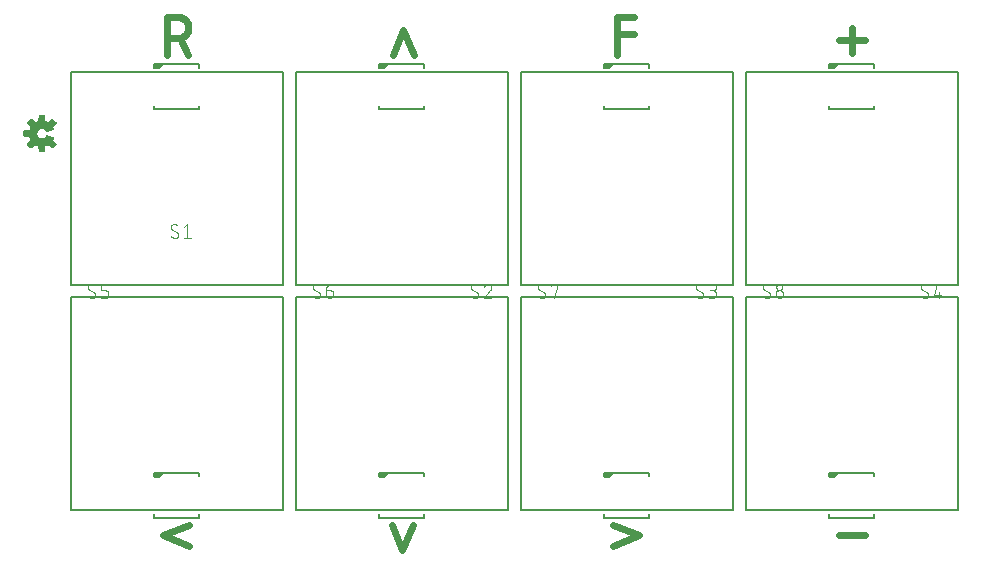
<source format=gbr>
G04 EAGLE Gerber RS-274X export*
G75*
%MOMM*%
%FSLAX34Y34*%
%LPD*%
%INSilkscreen Top*%
%IPPOS*%
%AMOC8*
5,1,8,0,0,1.08239X$1,22.5*%
G01*
%ADD10C,0.584200*%
%ADD11C,0.101600*%
%ADD12C,0.127000*%

G36*
X33685Y365380D02*
X33685Y365380D01*
X33793Y365394D01*
X33805Y365400D01*
X33819Y365402D01*
X33915Y365454D01*
X34012Y365501D01*
X34022Y365511D01*
X34034Y365517D01*
X34108Y365597D01*
X34185Y365673D01*
X34191Y365685D01*
X34201Y365696D01*
X34246Y365794D01*
X34294Y365891D01*
X34298Y365909D01*
X34302Y365918D01*
X34304Y365939D01*
X34323Y366036D01*
X34766Y370387D01*
X35925Y370758D01*
X35943Y370768D01*
X36040Y370806D01*
X37122Y371363D01*
X40512Y368599D01*
X40606Y368545D01*
X40698Y368488D01*
X40711Y368485D01*
X40723Y368478D01*
X40830Y368457D01*
X40935Y368432D01*
X40949Y368434D01*
X40963Y368431D01*
X41070Y368446D01*
X41178Y368456D01*
X41191Y368462D01*
X41205Y368464D01*
X41302Y368512D01*
X41401Y368557D01*
X41414Y368568D01*
X41423Y368572D01*
X41438Y368588D01*
X41515Y368650D01*
X44100Y371235D01*
X44163Y371324D01*
X44229Y371409D01*
X44234Y371422D01*
X44242Y371434D01*
X44273Y371537D01*
X44309Y371640D01*
X44309Y371654D01*
X44313Y371667D01*
X44309Y371775D01*
X44310Y371884D01*
X44305Y371897D01*
X44305Y371911D01*
X44267Y372013D01*
X44232Y372115D01*
X44223Y372130D01*
X44219Y372139D01*
X44205Y372156D01*
X44151Y372238D01*
X41387Y375628D01*
X41944Y376710D01*
X41961Y376763D01*
X41987Y376812D01*
X41998Y376878D01*
X42019Y376942D01*
X42018Y376998D01*
X42027Y377052D01*
X42016Y377119D01*
X42015Y377186D01*
X41997Y377238D01*
X41988Y377293D01*
X41956Y377353D01*
X41933Y377416D01*
X41899Y377459D01*
X41873Y377509D01*
X41824Y377555D01*
X41782Y377607D01*
X41735Y377638D01*
X41695Y377676D01*
X41590Y377732D01*
X41577Y377740D01*
X41572Y377741D01*
X41565Y377745D01*
X36368Y379898D01*
X36268Y379921D01*
X36170Y379950D01*
X36150Y379949D01*
X36130Y379954D01*
X36028Y379944D01*
X35926Y379939D01*
X35907Y379932D01*
X35887Y379930D01*
X35794Y379888D01*
X35698Y379850D01*
X35683Y379837D01*
X35665Y379829D01*
X35590Y379759D01*
X35512Y379693D01*
X35497Y379672D01*
X35487Y379662D01*
X35475Y379641D01*
X35427Y379572D01*
X34932Y378688D01*
X34305Y378009D01*
X33536Y377495D01*
X32668Y377175D01*
X31751Y377067D01*
X30816Y377180D01*
X29935Y377511D01*
X29158Y378043D01*
X28529Y378744D01*
X28086Y379574D01*
X27852Y380486D01*
X27842Y381428D01*
X28056Y382344D01*
X28481Y383184D01*
X29094Y383898D01*
X29859Y384447D01*
X30733Y384798D01*
X31665Y384931D01*
X32602Y384839D01*
X33490Y384527D01*
X34278Y384012D01*
X34922Y383325D01*
X35428Y382426D01*
X35492Y382347D01*
X35551Y382265D01*
X35568Y382252D01*
X35581Y382236D01*
X35666Y382182D01*
X35749Y382122D01*
X35769Y382116D01*
X35787Y382105D01*
X35885Y382081D01*
X35983Y382051D01*
X36003Y382052D01*
X36024Y382047D01*
X36125Y382056D01*
X36226Y382059D01*
X36253Y382067D01*
X36267Y382068D01*
X36289Y382078D01*
X36368Y382102D01*
X41565Y384255D01*
X41612Y384284D01*
X41664Y384305D01*
X41715Y384348D01*
X41772Y384384D01*
X41807Y384427D01*
X41850Y384463D01*
X41884Y384520D01*
X41927Y384572D01*
X41946Y384624D01*
X41975Y384672D01*
X41989Y384738D01*
X42013Y384801D01*
X42015Y384856D01*
X42026Y384910D01*
X42019Y384977D01*
X42021Y385044D01*
X42005Y385098D01*
X41998Y385153D01*
X41954Y385264D01*
X41950Y385278D01*
X41947Y385282D01*
X41944Y385290D01*
X41387Y386372D01*
X44151Y389762D01*
X44205Y389856D01*
X44262Y389948D01*
X44265Y389961D01*
X44272Y389973D01*
X44293Y390080D01*
X44318Y390185D01*
X44316Y390199D01*
X44319Y390213D01*
X44304Y390320D01*
X44294Y390428D01*
X44288Y390441D01*
X44286Y390455D01*
X44238Y390552D01*
X44193Y390651D01*
X44182Y390664D01*
X44178Y390673D01*
X44162Y390688D01*
X44100Y390765D01*
X41515Y393350D01*
X41426Y393413D01*
X41341Y393479D01*
X41328Y393484D01*
X41316Y393492D01*
X41213Y393523D01*
X41110Y393559D01*
X41096Y393559D01*
X41083Y393563D01*
X40975Y393559D01*
X40866Y393560D01*
X40853Y393555D01*
X40839Y393555D01*
X40737Y393517D01*
X40635Y393482D01*
X40620Y393473D01*
X40611Y393469D01*
X40594Y393455D01*
X40512Y393401D01*
X37122Y390637D01*
X36040Y391194D01*
X36020Y391200D01*
X35925Y391242D01*
X34766Y391613D01*
X34323Y395964D01*
X34295Y396068D01*
X34270Y396174D01*
X34263Y396186D01*
X34260Y396199D01*
X34199Y396289D01*
X34142Y396382D01*
X34131Y396390D01*
X34123Y396402D01*
X34037Y396468D01*
X33953Y396537D01*
X33940Y396541D01*
X33929Y396550D01*
X33826Y396584D01*
X33725Y396623D01*
X33707Y396624D01*
X33698Y396628D01*
X33676Y396628D01*
X33578Y396637D01*
X29922Y396637D01*
X29815Y396620D01*
X29707Y396606D01*
X29695Y396600D01*
X29681Y396598D01*
X29585Y396546D01*
X29488Y396499D01*
X29478Y396489D01*
X29466Y396483D01*
X29392Y396403D01*
X29315Y396327D01*
X29309Y396315D01*
X29299Y396305D01*
X29254Y396206D01*
X29206Y396109D01*
X29202Y396091D01*
X29198Y396082D01*
X29196Y396061D01*
X29177Y395964D01*
X28734Y391613D01*
X27575Y391242D01*
X27557Y391232D01*
X27460Y391194D01*
X26378Y390637D01*
X22988Y393401D01*
X22894Y393455D01*
X22802Y393512D01*
X22789Y393515D01*
X22777Y393522D01*
X22670Y393543D01*
X22565Y393568D01*
X22551Y393566D01*
X22537Y393569D01*
X22430Y393554D01*
X22322Y393544D01*
X22309Y393538D01*
X22296Y393536D01*
X22198Y393488D01*
X22099Y393443D01*
X22086Y393432D01*
X22077Y393428D01*
X22062Y393412D01*
X21985Y393350D01*
X19400Y390765D01*
X19337Y390676D01*
X19271Y390591D01*
X19266Y390578D01*
X19258Y390566D01*
X19227Y390463D01*
X19191Y390360D01*
X19191Y390346D01*
X19187Y390333D01*
X19191Y390225D01*
X19190Y390116D01*
X19195Y390103D01*
X19195Y390089D01*
X19233Y389987D01*
X19268Y389885D01*
X19277Y389870D01*
X19281Y389861D01*
X19295Y389844D01*
X19349Y389762D01*
X22113Y386372D01*
X21556Y385290D01*
X21550Y385270D01*
X21508Y385175D01*
X21137Y384016D01*
X16786Y383573D01*
X16682Y383545D01*
X16576Y383520D01*
X16564Y383513D01*
X16551Y383510D01*
X16461Y383449D01*
X16368Y383392D01*
X16360Y383381D01*
X16348Y383373D01*
X16282Y383287D01*
X16214Y383203D01*
X16209Y383190D01*
X16200Y383179D01*
X16166Y383076D01*
X16127Y382975D01*
X16126Y382957D01*
X16122Y382948D01*
X16123Y382926D01*
X16113Y382828D01*
X16113Y379172D01*
X16130Y379065D01*
X16144Y378957D01*
X16150Y378945D01*
X16152Y378931D01*
X16204Y378835D01*
X16251Y378738D01*
X16261Y378728D01*
X16267Y378716D01*
X16347Y378642D01*
X16423Y378565D01*
X16435Y378559D01*
X16446Y378549D01*
X16544Y378504D01*
X16641Y378456D01*
X16659Y378452D01*
X16668Y378448D01*
X16689Y378446D01*
X16786Y378427D01*
X21137Y377984D01*
X21508Y376825D01*
X21518Y376807D01*
X21556Y376710D01*
X22113Y375628D01*
X19349Y372238D01*
X19295Y372144D01*
X19238Y372052D01*
X19235Y372039D01*
X19228Y372027D01*
X19207Y371920D01*
X19182Y371815D01*
X19184Y371801D01*
X19181Y371787D01*
X19196Y371680D01*
X19206Y371572D01*
X19212Y371559D01*
X19214Y371546D01*
X19262Y371448D01*
X19307Y371349D01*
X19318Y371336D01*
X19322Y371327D01*
X19338Y371312D01*
X19400Y371235D01*
X21985Y368650D01*
X22074Y368587D01*
X22159Y368521D01*
X22172Y368516D01*
X22184Y368508D01*
X22287Y368477D01*
X22390Y368441D01*
X22404Y368441D01*
X22417Y368437D01*
X22525Y368441D01*
X22634Y368440D01*
X22647Y368445D01*
X22661Y368445D01*
X22763Y368483D01*
X22865Y368518D01*
X22880Y368527D01*
X22889Y368531D01*
X22906Y368545D01*
X22988Y368599D01*
X26378Y371363D01*
X27460Y370806D01*
X27480Y370800D01*
X27575Y370758D01*
X28734Y370387D01*
X29177Y366036D01*
X29205Y365932D01*
X29230Y365826D01*
X29237Y365814D01*
X29240Y365801D01*
X29301Y365711D01*
X29358Y365618D01*
X29369Y365610D01*
X29377Y365598D01*
X29463Y365532D01*
X29547Y365464D01*
X29560Y365459D01*
X29571Y365450D01*
X29674Y365416D01*
X29775Y365377D01*
X29793Y365376D01*
X29802Y365372D01*
X29824Y365373D01*
X29922Y365363D01*
X33578Y365363D01*
X33685Y365380D01*
G37*
G36*
X702352Y435301D02*
X702352Y435301D01*
X702394Y435299D01*
X702461Y435320D01*
X702531Y435333D01*
X702567Y435355D01*
X702608Y435368D01*
X702681Y435421D01*
X702724Y435447D01*
X702737Y435463D01*
X702758Y435479D01*
X706568Y439289D01*
X706619Y439362D01*
X706675Y439431D01*
X706683Y439454D01*
X706697Y439473D01*
X706719Y439559D01*
X706747Y439644D01*
X706747Y439668D01*
X706753Y439691D01*
X706743Y439779D01*
X706741Y439868D01*
X706732Y439890D01*
X706729Y439914D01*
X706690Y439994D01*
X706656Y440076D01*
X706640Y440093D01*
X706630Y440115D01*
X706565Y440176D01*
X706505Y440242D01*
X706484Y440252D01*
X706467Y440269D01*
X706385Y440303D01*
X706305Y440344D01*
X706279Y440348D01*
X706260Y440356D01*
X706210Y440358D01*
X706120Y440372D01*
X698500Y440372D01*
X698435Y440360D01*
X698369Y440358D01*
X698326Y440340D01*
X698279Y440332D01*
X698222Y440299D01*
X698162Y440274D01*
X698127Y440242D01*
X698086Y440218D01*
X698045Y440167D01*
X697996Y440122D01*
X697974Y440080D01*
X697945Y440044D01*
X697924Y439982D01*
X697893Y439923D01*
X697885Y439868D01*
X697873Y439831D01*
X697873Y439827D01*
X697874Y439791D01*
X697866Y439738D01*
X697866Y435928D01*
X697877Y435863D01*
X697879Y435797D01*
X697897Y435753D01*
X697905Y435707D01*
X697939Y435650D01*
X697964Y435589D01*
X697995Y435554D01*
X698020Y435513D01*
X698071Y435472D01*
X698115Y435423D01*
X698157Y435402D01*
X698194Y435372D01*
X698256Y435351D01*
X698315Y435321D01*
X698369Y435313D01*
X698406Y435300D01*
X698446Y435301D01*
X698500Y435293D01*
X702310Y435293D01*
X702352Y435301D01*
G37*
G36*
X511852Y435301D02*
X511852Y435301D01*
X511894Y435299D01*
X511961Y435320D01*
X512031Y435333D01*
X512067Y435355D01*
X512108Y435368D01*
X512181Y435421D01*
X512224Y435447D01*
X512237Y435463D01*
X512258Y435479D01*
X516068Y439289D01*
X516119Y439362D01*
X516175Y439431D01*
X516183Y439454D01*
X516197Y439473D01*
X516219Y439559D01*
X516247Y439644D01*
X516247Y439668D01*
X516253Y439691D01*
X516243Y439779D01*
X516241Y439868D01*
X516232Y439890D01*
X516229Y439914D01*
X516190Y439994D01*
X516156Y440076D01*
X516140Y440093D01*
X516130Y440115D01*
X516065Y440176D01*
X516005Y440242D01*
X515984Y440252D01*
X515967Y440269D01*
X515885Y440303D01*
X515805Y440344D01*
X515779Y440348D01*
X515760Y440356D01*
X515710Y440358D01*
X515620Y440372D01*
X508000Y440372D01*
X507935Y440360D01*
X507869Y440358D01*
X507826Y440340D01*
X507779Y440332D01*
X507722Y440299D01*
X507662Y440274D01*
X507627Y440242D01*
X507586Y440218D01*
X507545Y440167D01*
X507496Y440122D01*
X507474Y440080D01*
X507445Y440044D01*
X507424Y439982D01*
X507393Y439923D01*
X507385Y439868D01*
X507373Y439831D01*
X507373Y439827D01*
X507374Y439791D01*
X507366Y439738D01*
X507366Y435928D01*
X507377Y435863D01*
X507379Y435797D01*
X507397Y435753D01*
X507405Y435707D01*
X507439Y435650D01*
X507464Y435589D01*
X507495Y435554D01*
X507520Y435513D01*
X507571Y435472D01*
X507615Y435423D01*
X507657Y435402D01*
X507694Y435372D01*
X507756Y435351D01*
X507815Y435321D01*
X507869Y435313D01*
X507906Y435300D01*
X507946Y435301D01*
X508000Y435293D01*
X511810Y435293D01*
X511852Y435301D01*
G37*
G36*
X321352Y435301D02*
X321352Y435301D01*
X321394Y435299D01*
X321461Y435320D01*
X321531Y435333D01*
X321567Y435355D01*
X321608Y435368D01*
X321681Y435421D01*
X321724Y435447D01*
X321737Y435463D01*
X321758Y435479D01*
X325568Y439289D01*
X325619Y439362D01*
X325675Y439431D01*
X325683Y439454D01*
X325697Y439473D01*
X325719Y439559D01*
X325747Y439644D01*
X325747Y439668D01*
X325753Y439691D01*
X325743Y439779D01*
X325741Y439868D01*
X325732Y439890D01*
X325729Y439914D01*
X325690Y439994D01*
X325656Y440076D01*
X325640Y440093D01*
X325630Y440115D01*
X325565Y440176D01*
X325505Y440242D01*
X325484Y440252D01*
X325467Y440269D01*
X325385Y440303D01*
X325305Y440344D01*
X325279Y440348D01*
X325260Y440356D01*
X325210Y440358D01*
X325120Y440372D01*
X317500Y440372D01*
X317435Y440360D01*
X317369Y440358D01*
X317326Y440340D01*
X317279Y440332D01*
X317222Y440299D01*
X317162Y440274D01*
X317127Y440242D01*
X317086Y440218D01*
X317045Y440167D01*
X316996Y440122D01*
X316974Y440080D01*
X316945Y440044D01*
X316924Y439982D01*
X316893Y439923D01*
X316885Y439868D01*
X316873Y439831D01*
X316873Y439827D01*
X316874Y439791D01*
X316866Y439738D01*
X316866Y435928D01*
X316877Y435863D01*
X316879Y435797D01*
X316897Y435753D01*
X316905Y435707D01*
X316939Y435650D01*
X316964Y435589D01*
X316995Y435554D01*
X317020Y435513D01*
X317071Y435472D01*
X317115Y435423D01*
X317157Y435402D01*
X317194Y435372D01*
X317256Y435351D01*
X317315Y435321D01*
X317369Y435313D01*
X317406Y435300D01*
X317446Y435301D01*
X317500Y435293D01*
X321310Y435293D01*
X321352Y435301D01*
G37*
G36*
X130852Y435301D02*
X130852Y435301D01*
X130894Y435299D01*
X130961Y435320D01*
X131031Y435333D01*
X131067Y435355D01*
X131108Y435368D01*
X131181Y435421D01*
X131224Y435447D01*
X131237Y435463D01*
X131258Y435479D01*
X135068Y439289D01*
X135119Y439362D01*
X135175Y439431D01*
X135183Y439454D01*
X135197Y439473D01*
X135219Y439559D01*
X135247Y439644D01*
X135247Y439668D01*
X135253Y439691D01*
X135243Y439779D01*
X135241Y439868D01*
X135232Y439890D01*
X135229Y439914D01*
X135190Y439994D01*
X135156Y440076D01*
X135140Y440093D01*
X135130Y440115D01*
X135065Y440176D01*
X135005Y440242D01*
X134984Y440252D01*
X134967Y440269D01*
X134885Y440303D01*
X134805Y440344D01*
X134779Y440348D01*
X134760Y440356D01*
X134710Y440358D01*
X134620Y440372D01*
X127000Y440372D01*
X126935Y440360D01*
X126869Y440358D01*
X126826Y440340D01*
X126779Y440332D01*
X126722Y440299D01*
X126662Y440274D01*
X126627Y440242D01*
X126586Y440218D01*
X126545Y440167D01*
X126496Y440122D01*
X126474Y440080D01*
X126445Y440044D01*
X126424Y439982D01*
X126393Y439923D01*
X126385Y439868D01*
X126373Y439831D01*
X126373Y439827D01*
X126374Y439791D01*
X126366Y439738D01*
X126366Y435928D01*
X126377Y435863D01*
X126379Y435797D01*
X126397Y435753D01*
X126405Y435707D01*
X126439Y435650D01*
X126464Y435589D01*
X126495Y435554D01*
X126520Y435513D01*
X126571Y435472D01*
X126615Y435423D01*
X126657Y435402D01*
X126694Y435372D01*
X126756Y435351D01*
X126815Y435321D01*
X126869Y435313D01*
X126906Y435300D01*
X126946Y435301D01*
X127000Y435293D01*
X130810Y435293D01*
X130852Y435301D01*
G37*
G36*
X702352Y89226D02*
X702352Y89226D01*
X702394Y89224D01*
X702461Y89245D01*
X702531Y89258D01*
X702567Y89280D01*
X702608Y89293D01*
X702681Y89346D01*
X702724Y89372D01*
X702737Y89388D01*
X702758Y89404D01*
X706568Y93214D01*
X706619Y93287D01*
X706675Y93356D01*
X706683Y93379D01*
X706697Y93398D01*
X706719Y93484D01*
X706747Y93569D01*
X706747Y93593D01*
X706753Y93616D01*
X706743Y93704D01*
X706741Y93793D01*
X706732Y93815D01*
X706729Y93839D01*
X706690Y93919D01*
X706656Y94001D01*
X706640Y94018D01*
X706630Y94040D01*
X706565Y94101D01*
X706505Y94167D01*
X706484Y94177D01*
X706467Y94194D01*
X706385Y94228D01*
X706305Y94269D01*
X706279Y94273D01*
X706260Y94281D01*
X706210Y94283D01*
X706120Y94297D01*
X698500Y94297D01*
X698435Y94285D01*
X698369Y94283D01*
X698326Y94265D01*
X698279Y94257D01*
X698222Y94224D01*
X698162Y94199D01*
X698127Y94167D01*
X698086Y94143D01*
X698045Y94092D01*
X697996Y94047D01*
X697974Y94005D01*
X697945Y93969D01*
X697924Y93907D01*
X697893Y93848D01*
X697885Y93793D01*
X697873Y93756D01*
X697873Y93752D01*
X697874Y93716D01*
X697866Y93663D01*
X697866Y89853D01*
X697877Y89788D01*
X697879Y89722D01*
X697897Y89678D01*
X697905Y89632D01*
X697939Y89575D01*
X697964Y89514D01*
X697995Y89479D01*
X698020Y89438D01*
X698071Y89397D01*
X698115Y89348D01*
X698157Y89327D01*
X698194Y89297D01*
X698256Y89276D01*
X698315Y89246D01*
X698369Y89238D01*
X698406Y89225D01*
X698446Y89226D01*
X698500Y89218D01*
X702310Y89218D01*
X702352Y89226D01*
G37*
G36*
X130852Y89226D02*
X130852Y89226D01*
X130894Y89224D01*
X130961Y89245D01*
X131031Y89258D01*
X131067Y89280D01*
X131108Y89293D01*
X131181Y89346D01*
X131224Y89372D01*
X131237Y89388D01*
X131258Y89404D01*
X135068Y93214D01*
X135119Y93287D01*
X135175Y93356D01*
X135183Y93379D01*
X135197Y93398D01*
X135219Y93484D01*
X135247Y93569D01*
X135247Y93593D01*
X135253Y93616D01*
X135243Y93704D01*
X135241Y93793D01*
X135232Y93815D01*
X135229Y93839D01*
X135190Y93919D01*
X135156Y94001D01*
X135140Y94018D01*
X135130Y94040D01*
X135065Y94101D01*
X135005Y94167D01*
X134984Y94177D01*
X134967Y94194D01*
X134885Y94228D01*
X134805Y94269D01*
X134779Y94273D01*
X134760Y94281D01*
X134710Y94283D01*
X134620Y94297D01*
X127000Y94297D01*
X126935Y94285D01*
X126869Y94283D01*
X126826Y94265D01*
X126779Y94257D01*
X126722Y94224D01*
X126662Y94199D01*
X126627Y94167D01*
X126586Y94143D01*
X126545Y94092D01*
X126496Y94047D01*
X126474Y94005D01*
X126445Y93969D01*
X126424Y93907D01*
X126393Y93848D01*
X126385Y93793D01*
X126373Y93756D01*
X126373Y93752D01*
X126374Y93716D01*
X126366Y93663D01*
X126366Y89853D01*
X126377Y89788D01*
X126379Y89722D01*
X126397Y89678D01*
X126405Y89632D01*
X126439Y89575D01*
X126464Y89514D01*
X126495Y89479D01*
X126520Y89438D01*
X126571Y89397D01*
X126615Y89348D01*
X126657Y89327D01*
X126694Y89297D01*
X126756Y89276D01*
X126815Y89246D01*
X126869Y89238D01*
X126906Y89225D01*
X126946Y89226D01*
X127000Y89218D01*
X130810Y89218D01*
X130852Y89226D01*
G37*
G36*
X511852Y89226D02*
X511852Y89226D01*
X511894Y89224D01*
X511961Y89245D01*
X512031Y89258D01*
X512067Y89280D01*
X512108Y89293D01*
X512181Y89346D01*
X512224Y89372D01*
X512237Y89388D01*
X512258Y89404D01*
X516068Y93214D01*
X516119Y93287D01*
X516175Y93356D01*
X516183Y93379D01*
X516197Y93398D01*
X516219Y93484D01*
X516247Y93569D01*
X516247Y93593D01*
X516253Y93616D01*
X516243Y93704D01*
X516241Y93793D01*
X516232Y93815D01*
X516229Y93839D01*
X516190Y93919D01*
X516156Y94001D01*
X516140Y94018D01*
X516130Y94040D01*
X516065Y94101D01*
X516005Y94167D01*
X515984Y94177D01*
X515967Y94194D01*
X515885Y94228D01*
X515805Y94269D01*
X515779Y94273D01*
X515760Y94281D01*
X515710Y94283D01*
X515620Y94297D01*
X508000Y94297D01*
X507935Y94285D01*
X507869Y94283D01*
X507826Y94265D01*
X507779Y94257D01*
X507722Y94224D01*
X507662Y94199D01*
X507627Y94167D01*
X507586Y94143D01*
X507545Y94092D01*
X507496Y94047D01*
X507474Y94005D01*
X507445Y93969D01*
X507424Y93907D01*
X507393Y93848D01*
X507385Y93793D01*
X507373Y93756D01*
X507373Y93752D01*
X507374Y93716D01*
X507366Y93663D01*
X507366Y89853D01*
X507377Y89788D01*
X507379Y89722D01*
X507397Y89678D01*
X507405Y89632D01*
X507439Y89575D01*
X507464Y89514D01*
X507495Y89479D01*
X507520Y89438D01*
X507571Y89397D01*
X507615Y89348D01*
X507657Y89327D01*
X507694Y89297D01*
X507756Y89276D01*
X507815Y89246D01*
X507869Y89238D01*
X507906Y89225D01*
X507946Y89226D01*
X508000Y89218D01*
X511810Y89218D01*
X511852Y89226D01*
G37*
G36*
X321352Y89226D02*
X321352Y89226D01*
X321394Y89224D01*
X321461Y89245D01*
X321531Y89258D01*
X321567Y89280D01*
X321608Y89293D01*
X321681Y89346D01*
X321724Y89372D01*
X321737Y89388D01*
X321758Y89404D01*
X325568Y93214D01*
X325619Y93287D01*
X325675Y93356D01*
X325683Y93379D01*
X325697Y93398D01*
X325719Y93484D01*
X325747Y93569D01*
X325747Y93593D01*
X325753Y93616D01*
X325743Y93704D01*
X325741Y93793D01*
X325732Y93815D01*
X325729Y93839D01*
X325690Y93919D01*
X325656Y94001D01*
X325640Y94018D01*
X325630Y94040D01*
X325565Y94101D01*
X325505Y94167D01*
X325484Y94177D01*
X325467Y94194D01*
X325385Y94228D01*
X325305Y94269D01*
X325279Y94273D01*
X325260Y94281D01*
X325210Y94283D01*
X325120Y94297D01*
X317500Y94297D01*
X317435Y94285D01*
X317369Y94283D01*
X317326Y94265D01*
X317279Y94257D01*
X317222Y94224D01*
X317162Y94199D01*
X317127Y94167D01*
X317086Y94143D01*
X317045Y94092D01*
X316996Y94047D01*
X316974Y94005D01*
X316945Y93969D01*
X316924Y93907D01*
X316893Y93848D01*
X316885Y93793D01*
X316873Y93756D01*
X316873Y93752D01*
X316874Y93716D01*
X316866Y93663D01*
X316866Y89853D01*
X316877Y89788D01*
X316879Y89722D01*
X316897Y89678D01*
X316905Y89632D01*
X316939Y89575D01*
X316964Y89514D01*
X316995Y89479D01*
X317020Y89438D01*
X317071Y89397D01*
X317115Y89348D01*
X317157Y89327D01*
X317194Y89297D01*
X317256Y89276D01*
X317315Y89246D01*
X317369Y89238D01*
X317406Y89225D01*
X317446Y89226D01*
X317500Y89218D01*
X321310Y89218D01*
X321352Y89226D01*
G37*
D10*
X137859Y447421D02*
X137859Y479679D01*
X146819Y479679D01*
X147037Y479676D01*
X147255Y479668D01*
X147473Y479655D01*
X147691Y479637D01*
X147907Y479613D01*
X148124Y479584D01*
X148339Y479549D01*
X148554Y479509D01*
X148767Y479465D01*
X148980Y479415D01*
X149191Y479359D01*
X149401Y479299D01*
X149609Y479234D01*
X149815Y479163D01*
X150020Y479088D01*
X150223Y479007D01*
X150424Y478922D01*
X150623Y478832D01*
X150819Y478737D01*
X151013Y478637D01*
X151205Y478532D01*
X151394Y478423D01*
X151580Y478310D01*
X151763Y478191D01*
X151944Y478069D01*
X152121Y477942D01*
X152296Y477811D01*
X152467Y477675D01*
X152635Y477536D01*
X152799Y477392D01*
X152960Y477244D01*
X153117Y477093D01*
X153270Y476938D01*
X153420Y476779D01*
X153565Y476616D01*
X153707Y476450D01*
X153844Y476281D01*
X153978Y476108D01*
X154107Y475932D01*
X154232Y475753D01*
X154352Y475571D01*
X154468Y475386D01*
X154579Y475199D01*
X154686Y475008D01*
X154788Y474815D01*
X154886Y474620D01*
X154978Y474422D01*
X155066Y474223D01*
X155149Y474021D01*
X155227Y473817D01*
X155300Y473611D01*
X155368Y473404D01*
X155431Y473195D01*
X155489Y472985D01*
X155541Y472773D01*
X155589Y472560D01*
X155631Y472346D01*
X155668Y472131D01*
X155700Y471915D01*
X155726Y471698D01*
X155747Y471481D01*
X155763Y471263D01*
X155774Y471045D01*
X155779Y470827D01*
X155779Y470609D01*
X155774Y470391D01*
X155763Y470173D01*
X155747Y469955D01*
X155726Y469738D01*
X155700Y469521D01*
X155668Y469305D01*
X155631Y469090D01*
X155589Y468876D01*
X155541Y468663D01*
X155489Y468451D01*
X155431Y468241D01*
X155368Y468032D01*
X155300Y467825D01*
X155227Y467619D01*
X155149Y467415D01*
X155066Y467213D01*
X154978Y467014D01*
X154886Y466816D01*
X154788Y466621D01*
X154686Y466428D01*
X154579Y466238D01*
X154468Y466050D01*
X154352Y465865D01*
X154232Y465683D01*
X154107Y465504D01*
X153978Y465328D01*
X153844Y465155D01*
X153707Y464986D01*
X153565Y464820D01*
X153420Y464657D01*
X153270Y464498D01*
X153117Y464343D01*
X152960Y464192D01*
X152799Y464044D01*
X152635Y463900D01*
X152467Y463761D01*
X152296Y463625D01*
X152121Y463494D01*
X151944Y463367D01*
X151763Y463245D01*
X151580Y463126D01*
X151394Y463013D01*
X151205Y462904D01*
X151013Y462799D01*
X150819Y462699D01*
X150623Y462604D01*
X150424Y462514D01*
X150223Y462429D01*
X150020Y462348D01*
X149815Y462273D01*
X149609Y462202D01*
X149401Y462137D01*
X149191Y462077D01*
X148980Y462021D01*
X148767Y461971D01*
X148554Y461927D01*
X148339Y461887D01*
X148124Y461852D01*
X147907Y461823D01*
X147691Y461799D01*
X147473Y461781D01*
X147255Y461768D01*
X147037Y461760D01*
X146819Y461757D01*
X146819Y461758D02*
X137859Y461758D01*
X148611Y461758D02*
X155780Y447421D01*
X328792Y447421D02*
X337753Y468926D01*
X346714Y447421D01*
X327999Y49826D02*
X336959Y28321D01*
X345920Y49826D01*
X156189Y49826D02*
X134684Y40866D01*
X156189Y31905D01*
X515684Y49826D02*
X537189Y40866D01*
X515684Y31905D01*
X518859Y447421D02*
X518859Y479679D01*
X533195Y479679D01*
X533195Y465342D02*
X518859Y465342D01*
X706977Y459966D02*
X728483Y459966D01*
X717730Y470718D02*
X717730Y449213D01*
X706977Y40866D02*
X728483Y40866D01*
D11*
X147193Y295204D02*
X147191Y295105D01*
X147185Y295005D01*
X147176Y294906D01*
X147163Y294808D01*
X147146Y294710D01*
X147125Y294612D01*
X147100Y294516D01*
X147072Y294421D01*
X147040Y294327D01*
X147005Y294234D01*
X146966Y294142D01*
X146923Y294052D01*
X146878Y293964D01*
X146828Y293877D01*
X146776Y293793D01*
X146720Y293710D01*
X146662Y293630D01*
X146600Y293552D01*
X146535Y293477D01*
X146467Y293404D01*
X146397Y293334D01*
X146324Y293266D01*
X146249Y293201D01*
X146171Y293139D01*
X146091Y293081D01*
X146008Y293025D01*
X145924Y292973D01*
X145837Y292923D01*
X145749Y292878D01*
X145659Y292835D01*
X145567Y292796D01*
X145474Y292761D01*
X145380Y292729D01*
X145285Y292701D01*
X145189Y292676D01*
X145091Y292655D01*
X144993Y292638D01*
X144895Y292625D01*
X144796Y292616D01*
X144696Y292610D01*
X144597Y292608D01*
X144453Y292610D01*
X144308Y292616D01*
X144164Y292625D01*
X144021Y292638D01*
X143877Y292655D01*
X143734Y292676D01*
X143592Y292701D01*
X143451Y292729D01*
X143310Y292761D01*
X143170Y292797D01*
X143031Y292836D01*
X142893Y292879D01*
X142757Y292926D01*
X142621Y292976D01*
X142487Y293030D01*
X142355Y293087D01*
X142224Y293148D01*
X142095Y293212D01*
X141967Y293280D01*
X141841Y293350D01*
X141717Y293425D01*
X141596Y293502D01*
X141476Y293583D01*
X141358Y293666D01*
X141243Y293753D01*
X141130Y293843D01*
X141019Y293936D01*
X140911Y294031D01*
X140805Y294130D01*
X140702Y294231D01*
X141027Y301696D02*
X141029Y301795D01*
X141035Y301895D01*
X141044Y301994D01*
X141057Y302092D01*
X141074Y302190D01*
X141095Y302288D01*
X141120Y302384D01*
X141148Y302479D01*
X141180Y302573D01*
X141215Y302666D01*
X141254Y302758D01*
X141297Y302848D01*
X141342Y302936D01*
X141392Y303023D01*
X141444Y303107D01*
X141500Y303190D01*
X141558Y303270D01*
X141620Y303348D01*
X141685Y303423D01*
X141753Y303496D01*
X141823Y303566D01*
X141896Y303634D01*
X141971Y303699D01*
X142049Y303761D01*
X142129Y303819D01*
X142212Y303875D01*
X142296Y303927D01*
X142383Y303977D01*
X142471Y304022D01*
X142561Y304065D01*
X142653Y304104D01*
X142746Y304139D01*
X142840Y304171D01*
X142935Y304199D01*
X143032Y304224D01*
X143129Y304245D01*
X143227Y304262D01*
X143325Y304275D01*
X143424Y304284D01*
X143524Y304290D01*
X143623Y304292D01*
X143759Y304290D01*
X143895Y304284D01*
X144031Y304275D01*
X144167Y304262D01*
X144302Y304244D01*
X144436Y304224D01*
X144570Y304199D01*
X144704Y304171D01*
X144836Y304138D01*
X144967Y304103D01*
X145098Y304063D01*
X145227Y304020D01*
X145355Y303974D01*
X145481Y303923D01*
X145607Y303870D01*
X145730Y303812D01*
X145852Y303752D01*
X145972Y303688D01*
X146091Y303620D01*
X146207Y303550D01*
X146321Y303476D01*
X146434Y303399D01*
X146544Y303318D01*
X142324Y299424D02*
X142238Y299477D01*
X142154Y299534D01*
X142072Y299593D01*
X141992Y299656D01*
X141915Y299722D01*
X141840Y299790D01*
X141768Y299862D01*
X141699Y299936D01*
X141633Y300013D01*
X141570Y300092D01*
X141510Y300174D01*
X141453Y300258D01*
X141399Y300344D01*
X141349Y300432D01*
X141302Y300522D01*
X141258Y300613D01*
X141219Y300707D01*
X141182Y300801D01*
X141150Y300897D01*
X141121Y300995D01*
X141096Y301093D01*
X141075Y301192D01*
X141057Y301292D01*
X141044Y301392D01*
X141034Y301493D01*
X141028Y301595D01*
X141026Y301696D01*
X145895Y297476D02*
X145981Y297423D01*
X146065Y297366D01*
X146147Y297307D01*
X146227Y297244D01*
X146304Y297178D01*
X146379Y297110D01*
X146451Y297038D01*
X146520Y296964D01*
X146586Y296887D01*
X146649Y296808D01*
X146709Y296726D01*
X146766Y296642D01*
X146820Y296556D01*
X146870Y296468D01*
X146917Y296378D01*
X146961Y296287D01*
X147000Y296193D01*
X147037Y296099D01*
X147069Y296003D01*
X147098Y295905D01*
X147123Y295807D01*
X147144Y295708D01*
X147162Y295608D01*
X147175Y295508D01*
X147185Y295407D01*
X147191Y295305D01*
X147193Y295204D01*
X145895Y297476D02*
X142325Y299424D01*
X151751Y301696D02*
X154996Y304292D01*
X154996Y292608D01*
X151751Y292608D02*
X158242Y292608D01*
D12*
X236050Y252900D02*
X56050Y252900D01*
X56050Y432900D01*
X236050Y432900D01*
X236050Y252900D01*
X246550Y252900D02*
X426550Y252900D01*
X246550Y252900D02*
X246550Y432900D01*
X426550Y432900D01*
X426550Y252900D01*
X437050Y252900D02*
X617050Y252900D01*
X437050Y252900D02*
X437050Y432900D01*
X617050Y432900D01*
X617050Y252900D01*
X627550Y252900D02*
X807550Y252900D01*
X627550Y252900D02*
X627550Y432900D01*
X807550Y432900D01*
X807550Y252900D01*
X236050Y242400D02*
X56050Y242400D01*
X236050Y242400D02*
X236050Y62400D01*
X56050Y62400D01*
X56050Y242400D01*
X246550Y242400D02*
X426550Y242400D01*
X426550Y62400D01*
X246550Y62400D01*
X246550Y242400D01*
X437050Y242400D02*
X617050Y242400D01*
X617050Y62400D01*
X437050Y62400D01*
X437050Y242400D01*
X627550Y242400D02*
X807550Y242400D01*
X807550Y62400D01*
X627550Y62400D01*
X627550Y242400D01*
X127050Y436688D02*
X127050Y439688D01*
X165050Y439688D01*
X165050Y436688D01*
X127050Y404688D02*
X127050Y401688D01*
X165050Y401688D01*
X165050Y404688D01*
X317550Y436688D02*
X317550Y439688D01*
X355550Y439688D01*
X355550Y436688D01*
X317550Y404688D02*
X317550Y401688D01*
X355550Y401688D01*
X355550Y404688D01*
X508050Y436688D02*
X508050Y439688D01*
X546050Y439688D01*
X546050Y436688D01*
X508050Y404688D02*
X508050Y401688D01*
X546050Y401688D01*
X546050Y404688D01*
X698550Y436688D02*
X698550Y439688D01*
X736550Y439688D01*
X736550Y436688D01*
X698550Y404688D02*
X698550Y401688D01*
X736550Y401688D01*
X736550Y404688D01*
X127050Y93613D02*
X127050Y90613D01*
X127050Y93613D02*
X165050Y93613D01*
X165050Y90613D01*
X127050Y58613D02*
X127050Y55613D01*
X165050Y55613D01*
X165050Y58613D01*
X317550Y90613D02*
X317550Y93613D01*
X355550Y93613D01*
X355550Y90613D01*
X317550Y58613D02*
X317550Y55613D01*
X355550Y55613D01*
X355550Y58613D01*
X508050Y90613D02*
X508050Y93613D01*
X546050Y93613D01*
X546050Y90613D01*
X508050Y58613D02*
X508050Y55613D01*
X546050Y55613D01*
X546050Y58613D01*
X698550Y90613D02*
X698550Y93613D01*
X736550Y93613D01*
X736550Y90613D01*
X698550Y58613D02*
X698550Y55613D01*
X736550Y55613D01*
X736550Y58613D01*
D11*
X401193Y244404D02*
X401191Y244305D01*
X401185Y244205D01*
X401176Y244106D01*
X401163Y244008D01*
X401146Y243910D01*
X401125Y243812D01*
X401100Y243716D01*
X401072Y243621D01*
X401040Y243527D01*
X401005Y243434D01*
X400966Y243342D01*
X400923Y243252D01*
X400878Y243164D01*
X400828Y243077D01*
X400776Y242993D01*
X400720Y242910D01*
X400662Y242830D01*
X400600Y242752D01*
X400535Y242677D01*
X400467Y242604D01*
X400397Y242534D01*
X400324Y242466D01*
X400249Y242401D01*
X400171Y242339D01*
X400091Y242281D01*
X400008Y242225D01*
X399924Y242173D01*
X399837Y242123D01*
X399749Y242078D01*
X399659Y242035D01*
X399567Y241996D01*
X399474Y241961D01*
X399380Y241929D01*
X399285Y241901D01*
X399189Y241876D01*
X399091Y241855D01*
X398993Y241838D01*
X398895Y241825D01*
X398796Y241816D01*
X398696Y241810D01*
X398597Y241808D01*
X398453Y241810D01*
X398308Y241816D01*
X398164Y241825D01*
X398021Y241838D01*
X397877Y241855D01*
X397734Y241876D01*
X397592Y241901D01*
X397451Y241929D01*
X397310Y241961D01*
X397170Y241997D01*
X397031Y242036D01*
X396893Y242079D01*
X396757Y242126D01*
X396621Y242176D01*
X396487Y242230D01*
X396355Y242287D01*
X396224Y242348D01*
X396095Y242412D01*
X395967Y242480D01*
X395841Y242550D01*
X395717Y242625D01*
X395596Y242702D01*
X395476Y242783D01*
X395358Y242866D01*
X395243Y242953D01*
X395130Y243043D01*
X395019Y243136D01*
X394911Y243231D01*
X394805Y243330D01*
X394702Y243431D01*
X395027Y250896D02*
X395029Y250995D01*
X395035Y251095D01*
X395044Y251194D01*
X395057Y251292D01*
X395074Y251390D01*
X395095Y251488D01*
X395120Y251584D01*
X395148Y251679D01*
X395180Y251773D01*
X395215Y251866D01*
X395254Y251958D01*
X395297Y252048D01*
X395342Y252136D01*
X395392Y252223D01*
X395444Y252307D01*
X395500Y252390D01*
X395558Y252470D01*
X395620Y252548D01*
X395685Y252623D01*
X395753Y252696D01*
X395823Y252766D01*
X395896Y252834D01*
X395971Y252899D01*
X396049Y252961D01*
X396129Y253019D01*
X396212Y253075D01*
X396296Y253127D01*
X396383Y253177D01*
X396471Y253222D01*
X396561Y253265D01*
X396653Y253304D01*
X396746Y253339D01*
X396840Y253371D01*
X396935Y253399D01*
X397032Y253424D01*
X397129Y253445D01*
X397227Y253462D01*
X397325Y253475D01*
X397424Y253484D01*
X397524Y253490D01*
X397623Y253492D01*
X397759Y253490D01*
X397895Y253484D01*
X398031Y253475D01*
X398167Y253462D01*
X398302Y253444D01*
X398436Y253424D01*
X398570Y253399D01*
X398704Y253371D01*
X398836Y253338D01*
X398967Y253303D01*
X399098Y253263D01*
X399227Y253220D01*
X399355Y253174D01*
X399481Y253123D01*
X399607Y253070D01*
X399730Y253012D01*
X399852Y252952D01*
X399972Y252888D01*
X400091Y252820D01*
X400207Y252750D01*
X400321Y252676D01*
X400434Y252599D01*
X400544Y252518D01*
X396324Y248624D02*
X396238Y248677D01*
X396154Y248734D01*
X396072Y248793D01*
X395992Y248856D01*
X395915Y248922D01*
X395840Y248990D01*
X395768Y249062D01*
X395699Y249136D01*
X395633Y249213D01*
X395570Y249292D01*
X395510Y249374D01*
X395453Y249458D01*
X395399Y249544D01*
X395349Y249632D01*
X395302Y249722D01*
X395258Y249813D01*
X395219Y249907D01*
X395182Y250001D01*
X395150Y250097D01*
X395121Y250195D01*
X395096Y250293D01*
X395075Y250392D01*
X395057Y250492D01*
X395044Y250592D01*
X395034Y250693D01*
X395028Y250795D01*
X395026Y250896D01*
X399895Y246676D02*
X399981Y246623D01*
X400065Y246566D01*
X400147Y246507D01*
X400227Y246444D01*
X400304Y246378D01*
X400379Y246310D01*
X400451Y246238D01*
X400520Y246164D01*
X400586Y246087D01*
X400649Y246008D01*
X400709Y245926D01*
X400766Y245842D01*
X400820Y245756D01*
X400870Y245668D01*
X400917Y245578D01*
X400961Y245487D01*
X401000Y245393D01*
X401037Y245299D01*
X401069Y245203D01*
X401098Y245105D01*
X401123Y245007D01*
X401144Y244908D01*
X401162Y244808D01*
X401175Y244708D01*
X401185Y244607D01*
X401191Y244505D01*
X401193Y244404D01*
X399895Y246676D02*
X396325Y248624D01*
X409321Y253492D02*
X409428Y253490D01*
X409534Y253484D01*
X409640Y253474D01*
X409746Y253461D01*
X409852Y253443D01*
X409956Y253422D01*
X410060Y253397D01*
X410163Y253368D01*
X410264Y253336D01*
X410364Y253299D01*
X410463Y253259D01*
X410561Y253216D01*
X410657Y253169D01*
X410751Y253118D01*
X410843Y253064D01*
X410933Y253007D01*
X411021Y252947D01*
X411106Y252883D01*
X411189Y252816D01*
X411270Y252746D01*
X411348Y252674D01*
X411424Y252598D01*
X411496Y252520D01*
X411566Y252439D01*
X411633Y252356D01*
X411697Y252271D01*
X411757Y252183D01*
X411814Y252093D01*
X411868Y252001D01*
X411919Y251907D01*
X411966Y251811D01*
X412009Y251713D01*
X412049Y251614D01*
X412086Y251514D01*
X412118Y251413D01*
X412147Y251310D01*
X412172Y251206D01*
X412193Y251102D01*
X412211Y250996D01*
X412224Y250890D01*
X412234Y250784D01*
X412240Y250678D01*
X412242Y250571D01*
X409321Y253492D02*
X409200Y253490D01*
X409079Y253484D01*
X408959Y253474D01*
X408838Y253461D01*
X408719Y253443D01*
X408599Y253422D01*
X408481Y253397D01*
X408364Y253368D01*
X408247Y253335D01*
X408132Y253299D01*
X408018Y253258D01*
X407905Y253215D01*
X407793Y253167D01*
X407684Y253116D01*
X407576Y253061D01*
X407469Y253003D01*
X407365Y252942D01*
X407263Y252877D01*
X407163Y252809D01*
X407065Y252738D01*
X406969Y252664D01*
X406876Y252587D01*
X406786Y252506D01*
X406698Y252423D01*
X406613Y252337D01*
X406530Y252248D01*
X406451Y252157D01*
X406374Y252063D01*
X406301Y251967D01*
X406231Y251869D01*
X406164Y251768D01*
X406100Y251665D01*
X406040Y251560D01*
X405983Y251453D01*
X405929Y251345D01*
X405879Y251235D01*
X405833Y251123D01*
X405790Y251010D01*
X405751Y250895D01*
X411269Y248299D02*
X411348Y248376D01*
X411424Y248457D01*
X411497Y248540D01*
X411567Y248625D01*
X411634Y248713D01*
X411698Y248803D01*
X411758Y248895D01*
X411815Y248990D01*
X411869Y249086D01*
X411920Y249184D01*
X411967Y249284D01*
X412011Y249386D01*
X412051Y249489D01*
X412087Y249593D01*
X412119Y249699D01*
X412148Y249805D01*
X412173Y249913D01*
X412195Y250021D01*
X412212Y250131D01*
X412226Y250240D01*
X412235Y250350D01*
X412241Y250461D01*
X412243Y250571D01*
X411268Y248299D02*
X405751Y241808D01*
X412242Y241808D01*
X589097Y241808D02*
X589196Y241810D01*
X589296Y241816D01*
X589395Y241825D01*
X589493Y241838D01*
X589591Y241855D01*
X589689Y241876D01*
X589785Y241901D01*
X589880Y241929D01*
X589974Y241961D01*
X590067Y241996D01*
X590159Y242035D01*
X590249Y242078D01*
X590337Y242123D01*
X590424Y242173D01*
X590508Y242225D01*
X590591Y242281D01*
X590671Y242339D01*
X590749Y242401D01*
X590824Y242466D01*
X590897Y242534D01*
X590967Y242604D01*
X591035Y242677D01*
X591100Y242752D01*
X591162Y242830D01*
X591220Y242910D01*
X591276Y242993D01*
X591328Y243077D01*
X591378Y243164D01*
X591423Y243252D01*
X591466Y243342D01*
X591505Y243434D01*
X591540Y243527D01*
X591572Y243621D01*
X591600Y243716D01*
X591625Y243812D01*
X591646Y243910D01*
X591663Y244008D01*
X591676Y244106D01*
X591685Y244205D01*
X591691Y244305D01*
X591693Y244404D01*
X589097Y241808D02*
X588953Y241810D01*
X588808Y241816D01*
X588664Y241825D01*
X588521Y241838D01*
X588377Y241855D01*
X588234Y241876D01*
X588092Y241901D01*
X587951Y241929D01*
X587810Y241961D01*
X587670Y241997D01*
X587531Y242036D01*
X587393Y242079D01*
X587257Y242126D01*
X587121Y242176D01*
X586987Y242230D01*
X586855Y242287D01*
X586724Y242348D01*
X586595Y242412D01*
X586467Y242480D01*
X586341Y242550D01*
X586217Y242625D01*
X586096Y242702D01*
X585976Y242783D01*
X585858Y242866D01*
X585743Y242953D01*
X585630Y243043D01*
X585519Y243136D01*
X585411Y243231D01*
X585305Y243330D01*
X585202Y243431D01*
X585527Y250896D02*
X585529Y250995D01*
X585535Y251095D01*
X585544Y251194D01*
X585557Y251292D01*
X585574Y251390D01*
X585595Y251488D01*
X585620Y251584D01*
X585648Y251679D01*
X585680Y251773D01*
X585715Y251866D01*
X585754Y251958D01*
X585797Y252048D01*
X585842Y252136D01*
X585892Y252223D01*
X585944Y252307D01*
X586000Y252390D01*
X586058Y252470D01*
X586120Y252548D01*
X586185Y252623D01*
X586253Y252696D01*
X586323Y252766D01*
X586396Y252834D01*
X586471Y252899D01*
X586549Y252961D01*
X586629Y253019D01*
X586712Y253075D01*
X586796Y253127D01*
X586883Y253177D01*
X586971Y253222D01*
X587061Y253265D01*
X587153Y253304D01*
X587246Y253339D01*
X587340Y253371D01*
X587435Y253399D01*
X587532Y253424D01*
X587629Y253445D01*
X587727Y253462D01*
X587825Y253475D01*
X587924Y253484D01*
X588024Y253490D01*
X588123Y253492D01*
X588259Y253490D01*
X588395Y253484D01*
X588531Y253475D01*
X588667Y253462D01*
X588802Y253444D01*
X588936Y253424D01*
X589070Y253399D01*
X589204Y253371D01*
X589336Y253338D01*
X589467Y253303D01*
X589598Y253263D01*
X589727Y253220D01*
X589855Y253174D01*
X589981Y253123D01*
X590107Y253070D01*
X590230Y253012D01*
X590352Y252952D01*
X590472Y252888D01*
X590591Y252820D01*
X590707Y252750D01*
X590821Y252676D01*
X590934Y252599D01*
X591044Y252518D01*
X586824Y248624D02*
X586738Y248677D01*
X586654Y248734D01*
X586572Y248793D01*
X586492Y248856D01*
X586415Y248922D01*
X586340Y248990D01*
X586268Y249062D01*
X586199Y249136D01*
X586133Y249213D01*
X586070Y249292D01*
X586010Y249374D01*
X585953Y249458D01*
X585899Y249544D01*
X585849Y249632D01*
X585802Y249722D01*
X585758Y249813D01*
X585719Y249907D01*
X585682Y250001D01*
X585650Y250097D01*
X585621Y250195D01*
X585596Y250293D01*
X585575Y250392D01*
X585557Y250492D01*
X585544Y250592D01*
X585534Y250693D01*
X585528Y250795D01*
X585526Y250896D01*
X590395Y246676D02*
X590481Y246623D01*
X590565Y246566D01*
X590647Y246507D01*
X590727Y246444D01*
X590804Y246378D01*
X590879Y246310D01*
X590951Y246238D01*
X591020Y246164D01*
X591086Y246087D01*
X591149Y246008D01*
X591209Y245926D01*
X591266Y245842D01*
X591320Y245756D01*
X591370Y245668D01*
X591417Y245578D01*
X591461Y245487D01*
X591500Y245393D01*
X591537Y245299D01*
X591569Y245203D01*
X591598Y245105D01*
X591623Y245007D01*
X591644Y244908D01*
X591662Y244808D01*
X591675Y244708D01*
X591685Y244607D01*
X591691Y244505D01*
X591693Y244404D01*
X590395Y246676D02*
X586825Y248624D01*
X596251Y241808D02*
X599496Y241808D01*
X599609Y241810D01*
X599722Y241816D01*
X599835Y241826D01*
X599948Y241840D01*
X600060Y241857D01*
X600171Y241879D01*
X600281Y241904D01*
X600391Y241934D01*
X600499Y241967D01*
X600606Y242004D01*
X600712Y242044D01*
X600816Y242089D01*
X600919Y242137D01*
X601020Y242188D01*
X601119Y242243D01*
X601216Y242301D01*
X601311Y242363D01*
X601404Y242428D01*
X601494Y242496D01*
X601582Y242567D01*
X601668Y242642D01*
X601751Y242719D01*
X601831Y242799D01*
X601908Y242882D01*
X601983Y242968D01*
X602054Y243056D01*
X602122Y243146D01*
X602187Y243239D01*
X602249Y243334D01*
X602307Y243431D01*
X602362Y243530D01*
X602413Y243631D01*
X602461Y243734D01*
X602506Y243838D01*
X602546Y243944D01*
X602583Y244051D01*
X602616Y244159D01*
X602646Y244269D01*
X602671Y244379D01*
X602693Y244490D01*
X602710Y244602D01*
X602724Y244715D01*
X602734Y244828D01*
X602740Y244941D01*
X602742Y245054D01*
X602740Y245167D01*
X602734Y245280D01*
X602724Y245393D01*
X602710Y245506D01*
X602693Y245618D01*
X602671Y245729D01*
X602646Y245839D01*
X602616Y245949D01*
X602583Y246057D01*
X602546Y246164D01*
X602506Y246270D01*
X602461Y246374D01*
X602413Y246477D01*
X602362Y246578D01*
X602307Y246677D01*
X602249Y246774D01*
X602187Y246869D01*
X602122Y246962D01*
X602054Y247052D01*
X601983Y247140D01*
X601908Y247226D01*
X601831Y247309D01*
X601751Y247389D01*
X601668Y247466D01*
X601582Y247541D01*
X601494Y247612D01*
X601404Y247680D01*
X601311Y247745D01*
X601216Y247807D01*
X601119Y247865D01*
X601020Y247920D01*
X600919Y247971D01*
X600816Y248019D01*
X600712Y248064D01*
X600606Y248104D01*
X600499Y248141D01*
X600391Y248174D01*
X600281Y248204D01*
X600171Y248229D01*
X600060Y248251D01*
X599948Y248268D01*
X599835Y248282D01*
X599722Y248292D01*
X599609Y248298D01*
X599496Y248300D01*
X600146Y253492D02*
X596251Y253492D01*
X600146Y253492D02*
X600247Y253490D01*
X600347Y253484D01*
X600447Y253474D01*
X600547Y253461D01*
X600646Y253443D01*
X600745Y253422D01*
X600842Y253397D01*
X600939Y253368D01*
X601034Y253335D01*
X601128Y253299D01*
X601220Y253259D01*
X601311Y253216D01*
X601400Y253169D01*
X601487Y253119D01*
X601573Y253065D01*
X601656Y253008D01*
X601736Y252948D01*
X601815Y252885D01*
X601891Y252818D01*
X601964Y252749D01*
X602034Y252677D01*
X602102Y252603D01*
X602167Y252526D01*
X602228Y252446D01*
X602287Y252364D01*
X602342Y252280D01*
X602394Y252194D01*
X602443Y252106D01*
X602488Y252016D01*
X602530Y251924D01*
X602568Y251831D01*
X602602Y251736D01*
X602633Y251641D01*
X602660Y251544D01*
X602683Y251446D01*
X602703Y251347D01*
X602718Y251247D01*
X602730Y251147D01*
X602738Y251047D01*
X602742Y250946D01*
X602742Y250846D01*
X602738Y250745D01*
X602730Y250645D01*
X602718Y250545D01*
X602703Y250445D01*
X602683Y250346D01*
X602660Y250248D01*
X602633Y250151D01*
X602602Y250056D01*
X602568Y249961D01*
X602530Y249868D01*
X602488Y249776D01*
X602443Y249686D01*
X602394Y249598D01*
X602342Y249512D01*
X602287Y249428D01*
X602228Y249346D01*
X602167Y249266D01*
X602102Y249189D01*
X602034Y249115D01*
X601964Y249043D01*
X601891Y248974D01*
X601815Y248907D01*
X601736Y248844D01*
X601656Y248784D01*
X601573Y248727D01*
X601487Y248673D01*
X601400Y248623D01*
X601311Y248576D01*
X601220Y248533D01*
X601128Y248493D01*
X601034Y248457D01*
X600939Y248424D01*
X600842Y248395D01*
X600745Y248370D01*
X600646Y248349D01*
X600547Y248331D01*
X600447Y248318D01*
X600347Y248308D01*
X600247Y248302D01*
X600146Y248300D01*
X600146Y248299D02*
X597549Y248299D01*
X779597Y241808D02*
X779696Y241810D01*
X779796Y241816D01*
X779895Y241825D01*
X779993Y241838D01*
X780091Y241855D01*
X780189Y241876D01*
X780285Y241901D01*
X780380Y241929D01*
X780474Y241961D01*
X780567Y241996D01*
X780659Y242035D01*
X780749Y242078D01*
X780837Y242123D01*
X780924Y242173D01*
X781008Y242225D01*
X781091Y242281D01*
X781171Y242339D01*
X781249Y242401D01*
X781324Y242466D01*
X781397Y242534D01*
X781467Y242604D01*
X781535Y242677D01*
X781600Y242752D01*
X781662Y242830D01*
X781720Y242910D01*
X781776Y242993D01*
X781828Y243077D01*
X781878Y243164D01*
X781923Y243252D01*
X781966Y243342D01*
X782005Y243434D01*
X782040Y243527D01*
X782072Y243621D01*
X782100Y243716D01*
X782125Y243812D01*
X782146Y243910D01*
X782163Y244008D01*
X782176Y244106D01*
X782185Y244205D01*
X782191Y244305D01*
X782193Y244404D01*
X779597Y241808D02*
X779453Y241810D01*
X779308Y241816D01*
X779164Y241825D01*
X779021Y241838D01*
X778877Y241855D01*
X778734Y241876D01*
X778592Y241901D01*
X778451Y241929D01*
X778310Y241961D01*
X778170Y241997D01*
X778031Y242036D01*
X777893Y242079D01*
X777757Y242126D01*
X777621Y242176D01*
X777487Y242230D01*
X777355Y242287D01*
X777224Y242348D01*
X777095Y242412D01*
X776967Y242480D01*
X776841Y242550D01*
X776717Y242625D01*
X776596Y242702D01*
X776476Y242783D01*
X776358Y242866D01*
X776243Y242953D01*
X776130Y243043D01*
X776019Y243136D01*
X775911Y243231D01*
X775805Y243330D01*
X775702Y243431D01*
X776027Y250896D02*
X776029Y250995D01*
X776035Y251095D01*
X776044Y251194D01*
X776057Y251292D01*
X776074Y251390D01*
X776095Y251488D01*
X776120Y251584D01*
X776148Y251679D01*
X776180Y251773D01*
X776215Y251866D01*
X776254Y251958D01*
X776297Y252048D01*
X776342Y252136D01*
X776392Y252223D01*
X776444Y252307D01*
X776500Y252390D01*
X776558Y252470D01*
X776620Y252548D01*
X776685Y252623D01*
X776753Y252696D01*
X776823Y252766D01*
X776896Y252834D01*
X776971Y252899D01*
X777049Y252961D01*
X777129Y253019D01*
X777212Y253075D01*
X777296Y253127D01*
X777383Y253177D01*
X777471Y253222D01*
X777561Y253265D01*
X777653Y253304D01*
X777746Y253339D01*
X777840Y253371D01*
X777935Y253399D01*
X778032Y253424D01*
X778129Y253445D01*
X778227Y253462D01*
X778325Y253475D01*
X778424Y253484D01*
X778524Y253490D01*
X778623Y253492D01*
X778759Y253490D01*
X778895Y253484D01*
X779031Y253475D01*
X779167Y253462D01*
X779302Y253444D01*
X779436Y253424D01*
X779570Y253399D01*
X779704Y253371D01*
X779836Y253338D01*
X779967Y253303D01*
X780098Y253263D01*
X780227Y253220D01*
X780355Y253174D01*
X780481Y253123D01*
X780607Y253070D01*
X780730Y253012D01*
X780852Y252952D01*
X780972Y252888D01*
X781091Y252820D01*
X781207Y252750D01*
X781321Y252676D01*
X781434Y252599D01*
X781544Y252518D01*
X777324Y248624D02*
X777238Y248677D01*
X777154Y248734D01*
X777072Y248793D01*
X776992Y248856D01*
X776915Y248922D01*
X776840Y248990D01*
X776768Y249062D01*
X776699Y249136D01*
X776633Y249213D01*
X776570Y249292D01*
X776510Y249374D01*
X776453Y249458D01*
X776399Y249544D01*
X776349Y249632D01*
X776302Y249722D01*
X776258Y249813D01*
X776219Y249907D01*
X776182Y250001D01*
X776150Y250097D01*
X776121Y250195D01*
X776096Y250293D01*
X776075Y250392D01*
X776057Y250492D01*
X776044Y250592D01*
X776034Y250693D01*
X776028Y250795D01*
X776026Y250896D01*
X780895Y246676D02*
X780981Y246623D01*
X781065Y246566D01*
X781147Y246507D01*
X781227Y246444D01*
X781304Y246378D01*
X781379Y246310D01*
X781451Y246238D01*
X781520Y246164D01*
X781586Y246087D01*
X781649Y246008D01*
X781709Y245926D01*
X781766Y245842D01*
X781820Y245756D01*
X781870Y245668D01*
X781917Y245578D01*
X781961Y245487D01*
X782000Y245393D01*
X782037Y245299D01*
X782069Y245203D01*
X782098Y245105D01*
X782123Y245007D01*
X782144Y244908D01*
X782162Y244808D01*
X782175Y244708D01*
X782185Y244607D01*
X782191Y244505D01*
X782193Y244404D01*
X780895Y246676D02*
X777325Y248624D01*
X786751Y244404D02*
X789347Y253492D01*
X786751Y244404D02*
X793242Y244404D01*
X791295Y247001D02*
X791295Y241808D01*
X76849Y244404D02*
X76847Y244305D01*
X76841Y244205D01*
X76832Y244106D01*
X76819Y244008D01*
X76802Y243910D01*
X76781Y243812D01*
X76756Y243716D01*
X76728Y243621D01*
X76696Y243527D01*
X76661Y243434D01*
X76622Y243342D01*
X76579Y243252D01*
X76534Y243164D01*
X76484Y243077D01*
X76432Y242993D01*
X76376Y242910D01*
X76318Y242830D01*
X76256Y242752D01*
X76191Y242677D01*
X76123Y242604D01*
X76053Y242534D01*
X75980Y242466D01*
X75905Y242401D01*
X75827Y242339D01*
X75747Y242281D01*
X75664Y242225D01*
X75580Y242173D01*
X75493Y242123D01*
X75405Y242078D01*
X75315Y242035D01*
X75223Y241996D01*
X75130Y241961D01*
X75036Y241929D01*
X74941Y241901D01*
X74845Y241876D01*
X74747Y241855D01*
X74649Y241838D01*
X74551Y241825D01*
X74452Y241816D01*
X74352Y241810D01*
X74253Y241808D01*
X74109Y241810D01*
X73964Y241816D01*
X73820Y241825D01*
X73677Y241838D01*
X73533Y241855D01*
X73390Y241876D01*
X73248Y241901D01*
X73107Y241929D01*
X72966Y241961D01*
X72826Y241997D01*
X72687Y242036D01*
X72549Y242079D01*
X72413Y242126D01*
X72277Y242176D01*
X72143Y242230D01*
X72011Y242287D01*
X71880Y242348D01*
X71751Y242412D01*
X71623Y242480D01*
X71497Y242550D01*
X71373Y242625D01*
X71252Y242702D01*
X71132Y242783D01*
X71014Y242866D01*
X70899Y242953D01*
X70786Y243043D01*
X70675Y243136D01*
X70567Y243231D01*
X70461Y243330D01*
X70358Y243431D01*
X70683Y250896D02*
X70685Y250995D01*
X70691Y251095D01*
X70700Y251194D01*
X70713Y251292D01*
X70730Y251390D01*
X70751Y251488D01*
X70776Y251584D01*
X70804Y251679D01*
X70836Y251773D01*
X70871Y251866D01*
X70910Y251958D01*
X70953Y252048D01*
X70998Y252136D01*
X71048Y252223D01*
X71100Y252307D01*
X71156Y252390D01*
X71214Y252470D01*
X71276Y252548D01*
X71341Y252623D01*
X71409Y252696D01*
X71479Y252766D01*
X71552Y252834D01*
X71627Y252899D01*
X71705Y252961D01*
X71785Y253019D01*
X71868Y253075D01*
X71952Y253127D01*
X72039Y253177D01*
X72127Y253222D01*
X72217Y253265D01*
X72309Y253304D01*
X72402Y253339D01*
X72496Y253371D01*
X72591Y253399D01*
X72688Y253424D01*
X72785Y253445D01*
X72883Y253462D01*
X72981Y253475D01*
X73080Y253484D01*
X73180Y253490D01*
X73279Y253492D01*
X73415Y253490D01*
X73551Y253484D01*
X73687Y253475D01*
X73823Y253462D01*
X73958Y253444D01*
X74092Y253424D01*
X74226Y253399D01*
X74360Y253371D01*
X74492Y253338D01*
X74623Y253303D01*
X74754Y253263D01*
X74883Y253220D01*
X75011Y253174D01*
X75137Y253123D01*
X75263Y253070D01*
X75386Y253012D01*
X75508Y252952D01*
X75628Y252888D01*
X75747Y252820D01*
X75863Y252750D01*
X75977Y252676D01*
X76090Y252599D01*
X76200Y252518D01*
X71981Y248624D02*
X71895Y248677D01*
X71811Y248734D01*
X71729Y248793D01*
X71649Y248856D01*
X71572Y248922D01*
X71497Y248990D01*
X71425Y249062D01*
X71356Y249136D01*
X71290Y249213D01*
X71227Y249292D01*
X71167Y249374D01*
X71110Y249458D01*
X71056Y249544D01*
X71006Y249632D01*
X70959Y249722D01*
X70915Y249813D01*
X70876Y249907D01*
X70839Y250001D01*
X70807Y250097D01*
X70778Y250195D01*
X70753Y250293D01*
X70732Y250392D01*
X70714Y250492D01*
X70701Y250592D01*
X70691Y250693D01*
X70685Y250795D01*
X70683Y250896D01*
X75551Y246676D02*
X75637Y246623D01*
X75721Y246566D01*
X75803Y246507D01*
X75883Y246444D01*
X75960Y246378D01*
X76035Y246310D01*
X76107Y246238D01*
X76176Y246164D01*
X76242Y246087D01*
X76305Y246008D01*
X76365Y245926D01*
X76422Y245842D01*
X76476Y245756D01*
X76526Y245668D01*
X76573Y245578D01*
X76617Y245487D01*
X76656Y245393D01*
X76693Y245299D01*
X76725Y245203D01*
X76754Y245105D01*
X76779Y245007D01*
X76800Y244908D01*
X76818Y244808D01*
X76831Y244708D01*
X76841Y244607D01*
X76847Y244505D01*
X76849Y244404D01*
X75551Y246676D02*
X71981Y248624D01*
X81407Y241808D02*
X85302Y241808D01*
X85401Y241810D01*
X85501Y241816D01*
X85600Y241825D01*
X85698Y241838D01*
X85796Y241855D01*
X85894Y241876D01*
X85990Y241901D01*
X86085Y241929D01*
X86179Y241961D01*
X86272Y241996D01*
X86364Y242035D01*
X86454Y242078D01*
X86542Y242123D01*
X86629Y242173D01*
X86713Y242225D01*
X86796Y242281D01*
X86876Y242339D01*
X86954Y242401D01*
X87029Y242466D01*
X87102Y242534D01*
X87172Y242604D01*
X87240Y242677D01*
X87305Y242752D01*
X87367Y242830D01*
X87425Y242910D01*
X87481Y242993D01*
X87533Y243077D01*
X87583Y243164D01*
X87628Y243252D01*
X87671Y243342D01*
X87710Y243434D01*
X87745Y243527D01*
X87777Y243621D01*
X87805Y243716D01*
X87830Y243812D01*
X87851Y243910D01*
X87868Y244008D01*
X87881Y244106D01*
X87890Y244205D01*
X87896Y244305D01*
X87898Y244404D01*
X87898Y245703D01*
X87896Y245802D01*
X87890Y245902D01*
X87881Y246001D01*
X87868Y246099D01*
X87851Y246197D01*
X87830Y246295D01*
X87805Y246391D01*
X87777Y246486D01*
X87745Y246580D01*
X87710Y246673D01*
X87671Y246765D01*
X87628Y246855D01*
X87583Y246943D01*
X87533Y247030D01*
X87481Y247114D01*
X87425Y247197D01*
X87367Y247277D01*
X87305Y247355D01*
X87240Y247430D01*
X87172Y247503D01*
X87102Y247573D01*
X87029Y247641D01*
X86954Y247706D01*
X86876Y247768D01*
X86796Y247826D01*
X86713Y247882D01*
X86629Y247934D01*
X86542Y247984D01*
X86454Y248029D01*
X86364Y248072D01*
X86272Y248111D01*
X86179Y248146D01*
X86085Y248178D01*
X85990Y248206D01*
X85894Y248231D01*
X85796Y248252D01*
X85698Y248269D01*
X85600Y248282D01*
X85501Y248291D01*
X85401Y248297D01*
X85302Y248299D01*
X81407Y248299D01*
X81407Y253492D01*
X87898Y253492D01*
X264753Y241808D02*
X264852Y241810D01*
X264952Y241816D01*
X265051Y241825D01*
X265149Y241838D01*
X265247Y241855D01*
X265345Y241876D01*
X265441Y241901D01*
X265536Y241929D01*
X265630Y241961D01*
X265723Y241996D01*
X265815Y242035D01*
X265905Y242078D01*
X265993Y242123D01*
X266080Y242173D01*
X266164Y242225D01*
X266247Y242281D01*
X266327Y242339D01*
X266405Y242401D01*
X266480Y242466D01*
X266553Y242534D01*
X266623Y242604D01*
X266691Y242677D01*
X266756Y242752D01*
X266818Y242830D01*
X266876Y242910D01*
X266932Y242993D01*
X266984Y243077D01*
X267034Y243164D01*
X267079Y243252D01*
X267122Y243342D01*
X267161Y243434D01*
X267196Y243527D01*
X267228Y243621D01*
X267256Y243716D01*
X267281Y243812D01*
X267302Y243910D01*
X267319Y244008D01*
X267332Y244106D01*
X267341Y244205D01*
X267347Y244305D01*
X267349Y244404D01*
X264753Y241808D02*
X264609Y241810D01*
X264464Y241816D01*
X264320Y241825D01*
X264177Y241838D01*
X264033Y241855D01*
X263890Y241876D01*
X263748Y241901D01*
X263607Y241929D01*
X263466Y241961D01*
X263326Y241997D01*
X263187Y242036D01*
X263049Y242079D01*
X262913Y242126D01*
X262777Y242176D01*
X262643Y242230D01*
X262511Y242287D01*
X262380Y242348D01*
X262251Y242412D01*
X262123Y242480D01*
X261997Y242550D01*
X261873Y242625D01*
X261752Y242702D01*
X261632Y242783D01*
X261514Y242866D01*
X261399Y242953D01*
X261286Y243043D01*
X261175Y243136D01*
X261067Y243231D01*
X260961Y243330D01*
X260858Y243431D01*
X261183Y250896D02*
X261185Y250995D01*
X261191Y251095D01*
X261200Y251194D01*
X261213Y251292D01*
X261230Y251390D01*
X261251Y251488D01*
X261276Y251584D01*
X261304Y251679D01*
X261336Y251773D01*
X261371Y251866D01*
X261410Y251958D01*
X261453Y252048D01*
X261498Y252136D01*
X261548Y252223D01*
X261600Y252307D01*
X261656Y252390D01*
X261714Y252470D01*
X261776Y252548D01*
X261841Y252623D01*
X261909Y252696D01*
X261979Y252766D01*
X262052Y252834D01*
X262127Y252899D01*
X262205Y252961D01*
X262285Y253019D01*
X262368Y253075D01*
X262452Y253127D01*
X262539Y253177D01*
X262627Y253222D01*
X262717Y253265D01*
X262809Y253304D01*
X262902Y253339D01*
X262996Y253371D01*
X263091Y253399D01*
X263188Y253424D01*
X263285Y253445D01*
X263383Y253462D01*
X263481Y253475D01*
X263580Y253484D01*
X263680Y253490D01*
X263779Y253492D01*
X263915Y253490D01*
X264051Y253484D01*
X264187Y253475D01*
X264323Y253462D01*
X264458Y253444D01*
X264592Y253424D01*
X264726Y253399D01*
X264860Y253371D01*
X264992Y253338D01*
X265123Y253303D01*
X265254Y253263D01*
X265383Y253220D01*
X265511Y253174D01*
X265637Y253123D01*
X265763Y253070D01*
X265886Y253012D01*
X266008Y252952D01*
X266128Y252888D01*
X266247Y252820D01*
X266363Y252750D01*
X266477Y252676D01*
X266590Y252599D01*
X266700Y252518D01*
X262481Y248624D02*
X262395Y248677D01*
X262311Y248734D01*
X262229Y248793D01*
X262149Y248856D01*
X262072Y248922D01*
X261997Y248990D01*
X261925Y249062D01*
X261856Y249136D01*
X261790Y249213D01*
X261727Y249292D01*
X261667Y249374D01*
X261610Y249458D01*
X261556Y249544D01*
X261506Y249632D01*
X261459Y249722D01*
X261415Y249813D01*
X261376Y249907D01*
X261339Y250001D01*
X261307Y250097D01*
X261278Y250195D01*
X261253Y250293D01*
X261232Y250392D01*
X261214Y250492D01*
X261201Y250592D01*
X261191Y250693D01*
X261185Y250795D01*
X261183Y250896D01*
X266051Y246676D02*
X266137Y246623D01*
X266221Y246566D01*
X266303Y246507D01*
X266383Y246444D01*
X266460Y246378D01*
X266535Y246310D01*
X266607Y246238D01*
X266676Y246164D01*
X266742Y246087D01*
X266805Y246008D01*
X266865Y245926D01*
X266922Y245842D01*
X266976Y245756D01*
X267026Y245668D01*
X267073Y245578D01*
X267117Y245487D01*
X267156Y245393D01*
X267193Y245299D01*
X267225Y245203D01*
X267254Y245105D01*
X267279Y245007D01*
X267300Y244908D01*
X267318Y244808D01*
X267331Y244708D01*
X267341Y244607D01*
X267347Y244505D01*
X267349Y244404D01*
X266051Y246676D02*
X262481Y248624D01*
X271907Y248299D02*
X275802Y248299D01*
X275901Y248297D01*
X276001Y248291D01*
X276100Y248282D01*
X276198Y248269D01*
X276296Y248252D01*
X276394Y248231D01*
X276490Y248206D01*
X276585Y248178D01*
X276679Y248146D01*
X276772Y248111D01*
X276864Y248072D01*
X276954Y248029D01*
X277042Y247984D01*
X277129Y247934D01*
X277213Y247882D01*
X277296Y247826D01*
X277376Y247768D01*
X277454Y247706D01*
X277529Y247641D01*
X277602Y247573D01*
X277672Y247503D01*
X277740Y247430D01*
X277805Y247355D01*
X277867Y247277D01*
X277925Y247197D01*
X277981Y247114D01*
X278033Y247030D01*
X278083Y246943D01*
X278128Y246855D01*
X278171Y246765D01*
X278210Y246673D01*
X278245Y246580D01*
X278277Y246486D01*
X278305Y246391D01*
X278330Y246295D01*
X278351Y246197D01*
X278368Y246099D01*
X278381Y246001D01*
X278390Y245902D01*
X278396Y245802D01*
X278398Y245703D01*
X278398Y245054D01*
X278399Y245054D02*
X278397Y244941D01*
X278391Y244828D01*
X278381Y244715D01*
X278367Y244602D01*
X278350Y244490D01*
X278328Y244379D01*
X278303Y244269D01*
X278273Y244159D01*
X278240Y244051D01*
X278203Y243944D01*
X278163Y243838D01*
X278118Y243734D01*
X278070Y243631D01*
X278019Y243530D01*
X277964Y243431D01*
X277906Y243334D01*
X277844Y243239D01*
X277779Y243146D01*
X277711Y243056D01*
X277640Y242968D01*
X277565Y242882D01*
X277488Y242799D01*
X277408Y242719D01*
X277325Y242642D01*
X277239Y242567D01*
X277151Y242496D01*
X277061Y242428D01*
X276968Y242363D01*
X276873Y242301D01*
X276776Y242243D01*
X276677Y242188D01*
X276576Y242137D01*
X276473Y242089D01*
X276369Y242044D01*
X276263Y242004D01*
X276156Y241967D01*
X276048Y241934D01*
X275938Y241904D01*
X275828Y241879D01*
X275717Y241857D01*
X275605Y241840D01*
X275492Y241826D01*
X275379Y241816D01*
X275266Y241810D01*
X275153Y241808D01*
X275040Y241810D01*
X274927Y241816D01*
X274814Y241826D01*
X274701Y241840D01*
X274589Y241857D01*
X274478Y241879D01*
X274368Y241904D01*
X274258Y241934D01*
X274150Y241967D01*
X274043Y242004D01*
X273937Y242044D01*
X273833Y242089D01*
X273730Y242137D01*
X273629Y242188D01*
X273530Y242243D01*
X273433Y242301D01*
X273338Y242363D01*
X273245Y242428D01*
X273155Y242496D01*
X273067Y242567D01*
X272981Y242642D01*
X272898Y242719D01*
X272818Y242799D01*
X272741Y242882D01*
X272666Y242968D01*
X272595Y243056D01*
X272527Y243146D01*
X272462Y243239D01*
X272400Y243334D01*
X272342Y243431D01*
X272287Y243530D01*
X272236Y243631D01*
X272188Y243734D01*
X272143Y243838D01*
X272103Y243944D01*
X272066Y244051D01*
X272033Y244159D01*
X272003Y244269D01*
X271978Y244379D01*
X271956Y244490D01*
X271939Y244602D01*
X271925Y244715D01*
X271915Y244828D01*
X271909Y244941D01*
X271907Y245054D01*
X271907Y248299D01*
X271909Y248442D01*
X271915Y248585D01*
X271925Y248728D01*
X271939Y248870D01*
X271956Y249012D01*
X271978Y249154D01*
X272003Y249295D01*
X272033Y249435D01*
X272066Y249574D01*
X272103Y249712D01*
X272144Y249849D01*
X272188Y249985D01*
X272237Y250120D01*
X272289Y250253D01*
X272344Y250385D01*
X272404Y250515D01*
X272467Y250644D01*
X272533Y250771D01*
X272603Y250895D01*
X272676Y251018D01*
X272753Y251139D01*
X272833Y251258D01*
X272916Y251374D01*
X273002Y251489D01*
X273091Y251600D01*
X273184Y251710D01*
X273279Y251816D01*
X273378Y251920D01*
X273479Y252021D01*
X273583Y252120D01*
X273689Y252215D01*
X273799Y252308D01*
X273910Y252397D01*
X274025Y252483D01*
X274141Y252566D01*
X274260Y252646D01*
X274381Y252723D01*
X274503Y252796D01*
X274628Y252866D01*
X274755Y252932D01*
X274884Y252995D01*
X275014Y253055D01*
X275146Y253110D01*
X275279Y253162D01*
X275414Y253211D01*
X275550Y253255D01*
X275687Y253296D01*
X275825Y253333D01*
X275964Y253366D01*
X276104Y253396D01*
X276245Y253421D01*
X276387Y253443D01*
X276529Y253460D01*
X276671Y253474D01*
X276814Y253484D01*
X276957Y253490D01*
X277100Y253492D01*
X455253Y241808D02*
X455352Y241810D01*
X455452Y241816D01*
X455551Y241825D01*
X455649Y241838D01*
X455747Y241855D01*
X455845Y241876D01*
X455941Y241901D01*
X456036Y241929D01*
X456130Y241961D01*
X456223Y241996D01*
X456315Y242035D01*
X456405Y242078D01*
X456493Y242123D01*
X456580Y242173D01*
X456664Y242225D01*
X456747Y242281D01*
X456827Y242339D01*
X456905Y242401D01*
X456980Y242466D01*
X457053Y242534D01*
X457123Y242604D01*
X457191Y242677D01*
X457256Y242752D01*
X457318Y242830D01*
X457376Y242910D01*
X457432Y242993D01*
X457484Y243077D01*
X457534Y243164D01*
X457579Y243252D01*
X457622Y243342D01*
X457661Y243434D01*
X457696Y243527D01*
X457728Y243621D01*
X457756Y243716D01*
X457781Y243812D01*
X457802Y243910D01*
X457819Y244008D01*
X457832Y244106D01*
X457841Y244205D01*
X457847Y244305D01*
X457849Y244404D01*
X455253Y241808D02*
X455109Y241810D01*
X454964Y241816D01*
X454820Y241825D01*
X454677Y241838D01*
X454533Y241855D01*
X454390Y241876D01*
X454248Y241901D01*
X454107Y241929D01*
X453966Y241961D01*
X453826Y241997D01*
X453687Y242036D01*
X453549Y242079D01*
X453413Y242126D01*
X453277Y242176D01*
X453143Y242230D01*
X453011Y242287D01*
X452880Y242348D01*
X452751Y242412D01*
X452623Y242480D01*
X452497Y242550D01*
X452373Y242625D01*
X452252Y242702D01*
X452132Y242783D01*
X452014Y242866D01*
X451899Y242953D01*
X451786Y243043D01*
X451675Y243136D01*
X451567Y243231D01*
X451461Y243330D01*
X451358Y243431D01*
X451683Y250896D02*
X451685Y250995D01*
X451691Y251095D01*
X451700Y251194D01*
X451713Y251292D01*
X451730Y251390D01*
X451751Y251488D01*
X451776Y251584D01*
X451804Y251679D01*
X451836Y251773D01*
X451871Y251866D01*
X451910Y251958D01*
X451953Y252048D01*
X451998Y252136D01*
X452048Y252223D01*
X452100Y252307D01*
X452156Y252390D01*
X452214Y252470D01*
X452276Y252548D01*
X452341Y252623D01*
X452409Y252696D01*
X452479Y252766D01*
X452552Y252834D01*
X452627Y252899D01*
X452705Y252961D01*
X452785Y253019D01*
X452868Y253075D01*
X452952Y253127D01*
X453039Y253177D01*
X453127Y253222D01*
X453217Y253265D01*
X453309Y253304D01*
X453402Y253339D01*
X453496Y253371D01*
X453591Y253399D01*
X453688Y253424D01*
X453785Y253445D01*
X453883Y253462D01*
X453981Y253475D01*
X454080Y253484D01*
X454180Y253490D01*
X454279Y253492D01*
X454415Y253490D01*
X454551Y253484D01*
X454687Y253475D01*
X454823Y253462D01*
X454958Y253444D01*
X455092Y253424D01*
X455226Y253399D01*
X455360Y253371D01*
X455492Y253338D01*
X455623Y253303D01*
X455754Y253263D01*
X455883Y253220D01*
X456011Y253174D01*
X456137Y253123D01*
X456263Y253070D01*
X456386Y253012D01*
X456508Y252952D01*
X456628Y252888D01*
X456747Y252820D01*
X456863Y252750D01*
X456977Y252676D01*
X457090Y252599D01*
X457200Y252518D01*
X452981Y248624D02*
X452895Y248677D01*
X452811Y248734D01*
X452729Y248793D01*
X452649Y248856D01*
X452572Y248922D01*
X452497Y248990D01*
X452425Y249062D01*
X452356Y249136D01*
X452290Y249213D01*
X452227Y249292D01*
X452167Y249374D01*
X452110Y249458D01*
X452056Y249544D01*
X452006Y249632D01*
X451959Y249722D01*
X451915Y249813D01*
X451876Y249907D01*
X451839Y250001D01*
X451807Y250097D01*
X451778Y250195D01*
X451753Y250293D01*
X451732Y250392D01*
X451714Y250492D01*
X451701Y250592D01*
X451691Y250693D01*
X451685Y250795D01*
X451683Y250896D01*
X456551Y246676D02*
X456637Y246623D01*
X456721Y246566D01*
X456803Y246507D01*
X456883Y246444D01*
X456960Y246378D01*
X457035Y246310D01*
X457107Y246238D01*
X457176Y246164D01*
X457242Y246087D01*
X457305Y246008D01*
X457365Y245926D01*
X457422Y245842D01*
X457476Y245756D01*
X457526Y245668D01*
X457573Y245578D01*
X457617Y245487D01*
X457656Y245393D01*
X457693Y245299D01*
X457725Y245203D01*
X457754Y245105D01*
X457779Y245007D01*
X457800Y244908D01*
X457818Y244808D01*
X457831Y244708D01*
X457841Y244607D01*
X457847Y244505D01*
X457849Y244404D01*
X456551Y246676D02*
X452981Y248624D01*
X462407Y252194D02*
X462407Y253492D01*
X468898Y253492D01*
X465653Y241808D01*
X645753Y241808D02*
X645852Y241810D01*
X645952Y241816D01*
X646051Y241825D01*
X646149Y241838D01*
X646247Y241855D01*
X646345Y241876D01*
X646441Y241901D01*
X646536Y241929D01*
X646630Y241961D01*
X646723Y241996D01*
X646815Y242035D01*
X646905Y242078D01*
X646993Y242123D01*
X647080Y242173D01*
X647164Y242225D01*
X647247Y242281D01*
X647327Y242339D01*
X647405Y242401D01*
X647480Y242466D01*
X647553Y242534D01*
X647623Y242604D01*
X647691Y242677D01*
X647756Y242752D01*
X647818Y242830D01*
X647876Y242910D01*
X647932Y242993D01*
X647984Y243077D01*
X648034Y243164D01*
X648079Y243252D01*
X648122Y243342D01*
X648161Y243434D01*
X648196Y243527D01*
X648228Y243621D01*
X648256Y243716D01*
X648281Y243812D01*
X648302Y243910D01*
X648319Y244008D01*
X648332Y244106D01*
X648341Y244205D01*
X648347Y244305D01*
X648349Y244404D01*
X645753Y241808D02*
X645609Y241810D01*
X645464Y241816D01*
X645320Y241825D01*
X645177Y241838D01*
X645033Y241855D01*
X644890Y241876D01*
X644748Y241901D01*
X644607Y241929D01*
X644466Y241961D01*
X644326Y241997D01*
X644187Y242036D01*
X644049Y242079D01*
X643913Y242126D01*
X643777Y242176D01*
X643643Y242230D01*
X643511Y242287D01*
X643380Y242348D01*
X643251Y242412D01*
X643123Y242480D01*
X642997Y242550D01*
X642873Y242625D01*
X642752Y242702D01*
X642632Y242783D01*
X642514Y242866D01*
X642399Y242953D01*
X642286Y243043D01*
X642175Y243136D01*
X642067Y243231D01*
X641961Y243330D01*
X641858Y243431D01*
X642183Y250896D02*
X642185Y250995D01*
X642191Y251095D01*
X642200Y251194D01*
X642213Y251292D01*
X642230Y251390D01*
X642251Y251488D01*
X642276Y251584D01*
X642304Y251679D01*
X642336Y251773D01*
X642371Y251866D01*
X642410Y251958D01*
X642453Y252048D01*
X642498Y252136D01*
X642548Y252223D01*
X642600Y252307D01*
X642656Y252390D01*
X642714Y252470D01*
X642776Y252548D01*
X642841Y252623D01*
X642909Y252696D01*
X642979Y252766D01*
X643052Y252834D01*
X643127Y252899D01*
X643205Y252961D01*
X643285Y253019D01*
X643368Y253075D01*
X643452Y253127D01*
X643539Y253177D01*
X643627Y253222D01*
X643717Y253265D01*
X643809Y253304D01*
X643902Y253339D01*
X643996Y253371D01*
X644091Y253399D01*
X644188Y253424D01*
X644285Y253445D01*
X644383Y253462D01*
X644481Y253475D01*
X644580Y253484D01*
X644680Y253490D01*
X644779Y253492D01*
X644915Y253490D01*
X645051Y253484D01*
X645187Y253475D01*
X645323Y253462D01*
X645458Y253444D01*
X645592Y253424D01*
X645726Y253399D01*
X645860Y253371D01*
X645992Y253338D01*
X646123Y253303D01*
X646254Y253263D01*
X646383Y253220D01*
X646511Y253174D01*
X646637Y253123D01*
X646763Y253070D01*
X646886Y253012D01*
X647008Y252952D01*
X647128Y252888D01*
X647247Y252820D01*
X647363Y252750D01*
X647477Y252676D01*
X647590Y252599D01*
X647700Y252518D01*
X643481Y248624D02*
X643395Y248677D01*
X643311Y248734D01*
X643229Y248793D01*
X643149Y248856D01*
X643072Y248922D01*
X642997Y248990D01*
X642925Y249062D01*
X642856Y249136D01*
X642790Y249213D01*
X642727Y249292D01*
X642667Y249374D01*
X642610Y249458D01*
X642556Y249544D01*
X642506Y249632D01*
X642459Y249722D01*
X642415Y249813D01*
X642376Y249907D01*
X642339Y250001D01*
X642307Y250097D01*
X642278Y250195D01*
X642253Y250293D01*
X642232Y250392D01*
X642214Y250492D01*
X642201Y250592D01*
X642191Y250693D01*
X642185Y250795D01*
X642183Y250896D01*
X647051Y246676D02*
X647137Y246623D01*
X647221Y246566D01*
X647303Y246507D01*
X647383Y246444D01*
X647460Y246378D01*
X647535Y246310D01*
X647607Y246238D01*
X647676Y246164D01*
X647742Y246087D01*
X647805Y246008D01*
X647865Y245926D01*
X647922Y245842D01*
X647976Y245756D01*
X648026Y245668D01*
X648073Y245578D01*
X648117Y245487D01*
X648156Y245393D01*
X648193Y245299D01*
X648225Y245203D01*
X648254Y245105D01*
X648279Y245007D01*
X648300Y244908D01*
X648318Y244808D01*
X648331Y244708D01*
X648341Y244607D01*
X648347Y244505D01*
X648349Y244404D01*
X647051Y246676D02*
X643481Y248624D01*
X652907Y245054D02*
X652909Y245167D01*
X652915Y245280D01*
X652925Y245393D01*
X652939Y245506D01*
X652956Y245618D01*
X652978Y245729D01*
X653003Y245839D01*
X653033Y245949D01*
X653066Y246057D01*
X653103Y246164D01*
X653143Y246270D01*
X653188Y246374D01*
X653236Y246477D01*
X653287Y246578D01*
X653342Y246677D01*
X653400Y246774D01*
X653462Y246869D01*
X653527Y246962D01*
X653595Y247052D01*
X653666Y247140D01*
X653741Y247226D01*
X653818Y247309D01*
X653898Y247389D01*
X653981Y247466D01*
X654067Y247541D01*
X654155Y247612D01*
X654245Y247680D01*
X654338Y247745D01*
X654433Y247807D01*
X654530Y247865D01*
X654629Y247920D01*
X654730Y247971D01*
X654833Y248019D01*
X654937Y248064D01*
X655043Y248104D01*
X655150Y248141D01*
X655258Y248174D01*
X655368Y248204D01*
X655478Y248229D01*
X655589Y248251D01*
X655701Y248268D01*
X655814Y248282D01*
X655927Y248292D01*
X656040Y248298D01*
X656153Y248300D01*
X656266Y248298D01*
X656379Y248292D01*
X656492Y248282D01*
X656605Y248268D01*
X656717Y248251D01*
X656828Y248229D01*
X656938Y248204D01*
X657048Y248174D01*
X657156Y248141D01*
X657263Y248104D01*
X657369Y248064D01*
X657473Y248019D01*
X657576Y247971D01*
X657677Y247920D01*
X657776Y247865D01*
X657873Y247807D01*
X657968Y247745D01*
X658061Y247680D01*
X658151Y247612D01*
X658239Y247541D01*
X658325Y247466D01*
X658408Y247389D01*
X658488Y247309D01*
X658565Y247226D01*
X658640Y247140D01*
X658711Y247052D01*
X658779Y246962D01*
X658844Y246869D01*
X658906Y246774D01*
X658964Y246677D01*
X659019Y246578D01*
X659070Y246477D01*
X659118Y246374D01*
X659163Y246270D01*
X659203Y246164D01*
X659240Y246057D01*
X659273Y245949D01*
X659303Y245839D01*
X659328Y245729D01*
X659350Y245618D01*
X659367Y245506D01*
X659381Y245393D01*
X659391Y245280D01*
X659397Y245167D01*
X659399Y245054D01*
X659397Y244941D01*
X659391Y244828D01*
X659381Y244715D01*
X659367Y244602D01*
X659350Y244490D01*
X659328Y244379D01*
X659303Y244269D01*
X659273Y244159D01*
X659240Y244051D01*
X659203Y243944D01*
X659163Y243838D01*
X659118Y243734D01*
X659070Y243631D01*
X659019Y243530D01*
X658964Y243431D01*
X658906Y243334D01*
X658844Y243239D01*
X658779Y243146D01*
X658711Y243056D01*
X658640Y242968D01*
X658565Y242882D01*
X658488Y242799D01*
X658408Y242719D01*
X658325Y242642D01*
X658239Y242567D01*
X658151Y242496D01*
X658061Y242428D01*
X657968Y242363D01*
X657873Y242301D01*
X657776Y242243D01*
X657677Y242188D01*
X657576Y242137D01*
X657473Y242089D01*
X657369Y242044D01*
X657263Y242004D01*
X657156Y241967D01*
X657048Y241934D01*
X656938Y241904D01*
X656828Y241879D01*
X656717Y241857D01*
X656605Y241840D01*
X656492Y241826D01*
X656379Y241816D01*
X656266Y241810D01*
X656153Y241808D01*
X656040Y241810D01*
X655927Y241816D01*
X655814Y241826D01*
X655701Y241840D01*
X655589Y241857D01*
X655478Y241879D01*
X655368Y241904D01*
X655258Y241934D01*
X655150Y241967D01*
X655043Y242004D01*
X654937Y242044D01*
X654833Y242089D01*
X654730Y242137D01*
X654629Y242188D01*
X654530Y242243D01*
X654433Y242301D01*
X654338Y242363D01*
X654245Y242428D01*
X654155Y242496D01*
X654067Y242567D01*
X653981Y242642D01*
X653898Y242719D01*
X653818Y242799D01*
X653741Y242882D01*
X653666Y242968D01*
X653595Y243056D01*
X653527Y243146D01*
X653462Y243239D01*
X653400Y243334D01*
X653342Y243431D01*
X653287Y243530D01*
X653236Y243631D01*
X653188Y243734D01*
X653143Y243838D01*
X653103Y243944D01*
X653066Y244051D01*
X653033Y244159D01*
X653003Y244269D01*
X652978Y244379D01*
X652956Y244490D01*
X652939Y244602D01*
X652925Y244715D01*
X652915Y244828D01*
X652909Y244941D01*
X652907Y245054D01*
X653557Y250896D02*
X653559Y250997D01*
X653565Y251097D01*
X653575Y251197D01*
X653588Y251297D01*
X653606Y251396D01*
X653627Y251495D01*
X653652Y251592D01*
X653681Y251689D01*
X653714Y251784D01*
X653750Y251878D01*
X653790Y251970D01*
X653833Y252061D01*
X653880Y252150D01*
X653930Y252237D01*
X653984Y252323D01*
X654041Y252406D01*
X654101Y252486D01*
X654164Y252565D01*
X654231Y252641D01*
X654300Y252714D01*
X654372Y252784D01*
X654446Y252852D01*
X654523Y252917D01*
X654603Y252978D01*
X654685Y253037D01*
X654769Y253092D01*
X654855Y253144D01*
X654943Y253193D01*
X655033Y253238D01*
X655125Y253280D01*
X655218Y253318D01*
X655313Y253352D01*
X655408Y253383D01*
X655505Y253410D01*
X655603Y253433D01*
X655702Y253453D01*
X655802Y253468D01*
X655902Y253480D01*
X656002Y253488D01*
X656103Y253492D01*
X656203Y253492D01*
X656304Y253488D01*
X656404Y253480D01*
X656504Y253468D01*
X656604Y253453D01*
X656703Y253433D01*
X656801Y253410D01*
X656898Y253383D01*
X656993Y253352D01*
X657088Y253318D01*
X657181Y253280D01*
X657273Y253238D01*
X657363Y253193D01*
X657451Y253144D01*
X657537Y253092D01*
X657621Y253037D01*
X657703Y252978D01*
X657783Y252917D01*
X657860Y252852D01*
X657934Y252784D01*
X658006Y252714D01*
X658075Y252641D01*
X658142Y252565D01*
X658205Y252486D01*
X658265Y252406D01*
X658322Y252323D01*
X658376Y252237D01*
X658426Y252150D01*
X658473Y252061D01*
X658516Y251970D01*
X658556Y251878D01*
X658592Y251784D01*
X658625Y251689D01*
X658654Y251592D01*
X658679Y251495D01*
X658700Y251396D01*
X658718Y251297D01*
X658731Y251197D01*
X658741Y251097D01*
X658747Y250997D01*
X658749Y250896D01*
X658747Y250795D01*
X658741Y250695D01*
X658731Y250595D01*
X658718Y250495D01*
X658700Y250396D01*
X658679Y250297D01*
X658654Y250200D01*
X658625Y250103D01*
X658592Y250008D01*
X658556Y249914D01*
X658516Y249822D01*
X658473Y249731D01*
X658426Y249642D01*
X658376Y249555D01*
X658322Y249469D01*
X658265Y249386D01*
X658205Y249306D01*
X658142Y249227D01*
X658075Y249151D01*
X658006Y249078D01*
X657934Y249008D01*
X657860Y248940D01*
X657783Y248875D01*
X657703Y248814D01*
X657621Y248755D01*
X657537Y248700D01*
X657451Y248648D01*
X657363Y248599D01*
X657273Y248554D01*
X657181Y248512D01*
X657088Y248474D01*
X656993Y248440D01*
X656898Y248409D01*
X656801Y248382D01*
X656703Y248359D01*
X656604Y248339D01*
X656504Y248324D01*
X656404Y248312D01*
X656304Y248304D01*
X656203Y248300D01*
X656103Y248300D01*
X656002Y248304D01*
X655902Y248312D01*
X655802Y248324D01*
X655702Y248339D01*
X655603Y248359D01*
X655505Y248382D01*
X655408Y248409D01*
X655313Y248440D01*
X655218Y248474D01*
X655125Y248512D01*
X655033Y248554D01*
X654943Y248599D01*
X654855Y248648D01*
X654769Y248700D01*
X654685Y248755D01*
X654603Y248814D01*
X654523Y248875D01*
X654446Y248940D01*
X654372Y249008D01*
X654300Y249078D01*
X654231Y249151D01*
X654164Y249227D01*
X654101Y249306D01*
X654041Y249386D01*
X653984Y249469D01*
X653930Y249555D01*
X653880Y249642D01*
X653833Y249731D01*
X653790Y249822D01*
X653750Y249914D01*
X653714Y250008D01*
X653681Y250103D01*
X653652Y250200D01*
X653627Y250297D01*
X653606Y250396D01*
X653588Y250495D01*
X653575Y250595D01*
X653565Y250695D01*
X653559Y250795D01*
X653557Y250896D01*
M02*

</source>
